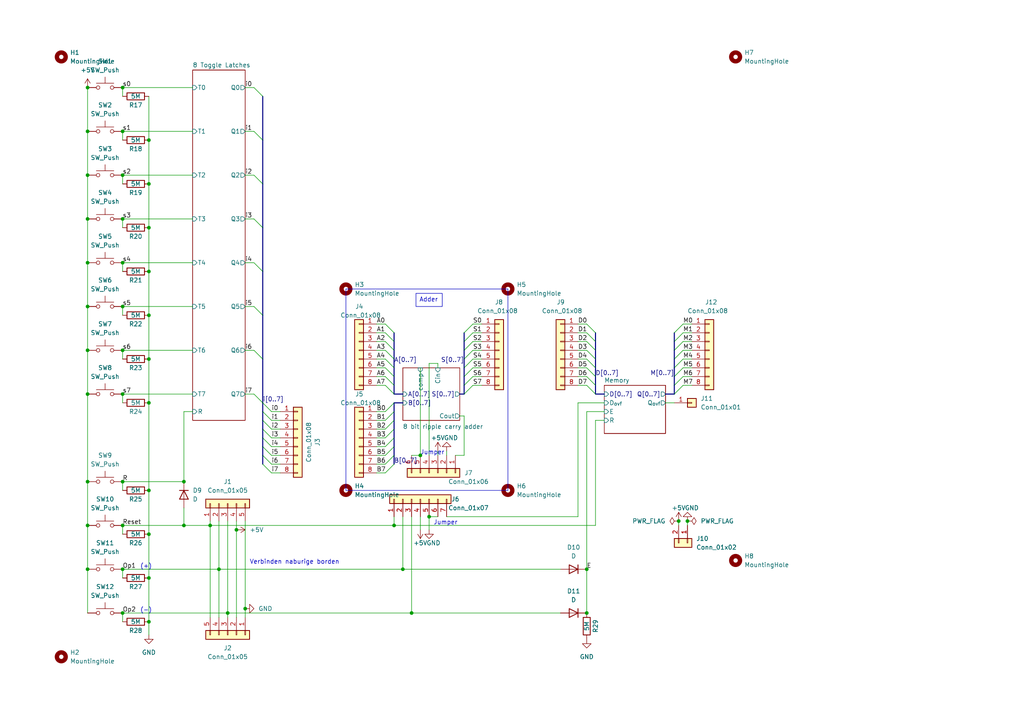
<source format=kicad_sch>
(kicad_sch (version 20230121) (generator eeschema)

  (uuid c7042fcd-0b8a-40b2-acdb-0a382389991a)

  (paper "A4")

  (lib_symbols
    (symbol "Connector_Generic:Conn_01x01" (pin_names (offset 1.016) hide) (in_bom yes) (on_board yes)
      (property "Reference" "J" (at 0 2.54 0)
        (effects (font (size 1.27 1.27)))
      )
      (property "Value" "Conn_01x01" (at 0 -2.54 0)
        (effects (font (size 1.27 1.27)))
      )
      (property "Footprint" "" (at 0 0 0)
        (effects (font (size 1.27 1.27)) hide)
      )
      (property "Datasheet" "~" (at 0 0 0)
        (effects (font (size 1.27 1.27)) hide)
      )
      (property "ki_keywords" "connector" (at 0 0 0)
        (effects (font (size 1.27 1.27)) hide)
      )
      (property "ki_description" "Generic connector, single row, 01x01, script generated (kicad-library-utils/schlib/autogen/connector/)" (at 0 0 0)
        (effects (font (size 1.27 1.27)) hide)
      )
      (property "ki_fp_filters" "Connector*:*_1x??_*" (at 0 0 0)
        (effects (font (size 1.27 1.27)) hide)
      )
      (symbol "Conn_01x01_1_1"
        (rectangle (start -1.27 0.127) (end 0 -0.127)
          (stroke (width 0.1524) (type default))
          (fill (type none))
        )
        (rectangle (start -1.27 1.27) (end 1.27 -1.27)
          (stroke (width 0.254) (type default))
          (fill (type background))
        )
        (pin passive line (at -5.08 0 0) (length 3.81)
          (name "Pin_1" (effects (font (size 1.27 1.27))))
          (number "1" (effects (font (size 1.27 1.27))))
        )
      )
    )
    (symbol "Connector_Generic:Conn_01x02" (pin_names (offset 1.016) hide) (in_bom yes) (on_board yes)
      (property "Reference" "J" (at 0 2.54 0)
        (effects (font (size 1.27 1.27)))
      )
      (property "Value" "Conn_01x02" (at 0 -5.08 0)
        (effects (font (size 1.27 1.27)))
      )
      (property "Footprint" "" (at 0 0 0)
        (effects (font (size 1.27 1.27)) hide)
      )
      (property "Datasheet" "~" (at 0 0 0)
        (effects (font (size 1.27 1.27)) hide)
      )
      (property "ki_keywords" "connector" (at 0 0 0)
        (effects (font (size 1.27 1.27)) hide)
      )
      (property "ki_description" "Generic connector, single row, 01x02, script generated (kicad-library-utils/schlib/autogen/connector/)" (at 0 0 0)
        (effects (font (size 1.27 1.27)) hide)
      )
      (property "ki_fp_filters" "Connector*:*_1x??_*" (at 0 0 0)
        (effects (font (size 1.27 1.27)) hide)
      )
      (symbol "Conn_01x02_1_1"
        (rectangle (start -1.27 -2.413) (end 0 -2.667)
          (stroke (width 0.1524) (type default))
          (fill (type none))
        )
        (rectangle (start -1.27 0.127) (end 0 -0.127)
          (stroke (width 0.1524) (type default))
          (fill (type none))
        )
        (rectangle (start -1.27 1.27) (end 1.27 -3.81)
          (stroke (width 0.254) (type default))
          (fill (type background))
        )
        (pin passive line (at -5.08 0 0) (length 3.81)
          (name "Pin_1" (effects (font (size 1.27 1.27))))
          (number "1" (effects (font (size 1.27 1.27))))
        )
        (pin passive line (at -5.08 -2.54 0) (length 3.81)
          (name "Pin_2" (effects (font (size 1.27 1.27))))
          (number "2" (effects (font (size 1.27 1.27))))
        )
      )
    )
    (symbol "Connector_Generic:Conn_01x05" (pin_names (offset 1.016) hide) (in_bom yes) (on_board yes)
      (property "Reference" "J" (at 0 7.62 0)
        (effects (font (size 1.27 1.27)))
      )
      (property "Value" "Conn_01x05" (at 0 -7.62 0)
        (effects (font (size 1.27 1.27)))
      )
      (property "Footprint" "" (at 0 0 0)
        (effects (font (size 1.27 1.27)) hide)
      )
      (property "Datasheet" "~" (at 0 0 0)
        (effects (font (size 1.27 1.27)) hide)
      )
      (property "ki_keywords" "connector" (at 0 0 0)
        (effects (font (size 1.27 1.27)) hide)
      )
      (property "ki_description" "Generic connector, single row, 01x05, script generated (kicad-library-utils/schlib/autogen/connector/)" (at 0 0 0)
        (effects (font (size 1.27 1.27)) hide)
      )
      (property "ki_fp_filters" "Connector*:*_1x??_*" (at 0 0 0)
        (effects (font (size 1.27 1.27)) hide)
      )
      (symbol "Conn_01x05_1_1"
        (rectangle (start -1.27 -4.953) (end 0 -5.207)
          (stroke (width 0.1524) (type default))
          (fill (type none))
        )
        (rectangle (start -1.27 -2.413) (end 0 -2.667)
          (stroke (width 0.1524) (type default))
          (fill (type none))
        )
        (rectangle (start -1.27 0.127) (end 0 -0.127)
          (stroke (width 0.1524) (type default))
          (fill (type none))
        )
        (rectangle (start -1.27 2.667) (end 0 2.413)
          (stroke (width 0.1524) (type default))
          (fill (type none))
        )
        (rectangle (start -1.27 5.207) (end 0 4.953)
          (stroke (width 0.1524) (type default))
          (fill (type none))
        )
        (rectangle (start -1.27 6.35) (end 1.27 -6.35)
          (stroke (width 0.254) (type default))
          (fill (type background))
        )
        (pin passive line (at -5.08 5.08 0) (length 3.81)
          (name "Pin_1" (effects (font (size 1.27 1.27))))
          (number "1" (effects (font (size 1.27 1.27))))
        )
        (pin passive line (at -5.08 2.54 0) (length 3.81)
          (name "Pin_2" (effects (font (size 1.27 1.27))))
          (number "2" (effects (font (size 1.27 1.27))))
        )
        (pin passive line (at -5.08 0 0) (length 3.81)
          (name "Pin_3" (effects (font (size 1.27 1.27))))
          (number "3" (effects (font (size 1.27 1.27))))
        )
        (pin passive line (at -5.08 -2.54 0) (length 3.81)
          (name "Pin_4" (effects (font (size 1.27 1.27))))
          (number "4" (effects (font (size 1.27 1.27))))
        )
        (pin passive line (at -5.08 -5.08 0) (length 3.81)
          (name "Pin_5" (effects (font (size 1.27 1.27))))
          (number "5" (effects (font (size 1.27 1.27))))
        )
      )
    )
    (symbol "Connector_Generic:Conn_01x06" (pin_names (offset 1.016) hide) (in_bom yes) (on_board yes)
      (property "Reference" "J" (at 0 7.62 0)
        (effects (font (size 1.27 1.27)))
      )
      (property "Value" "Conn_01x06" (at 0 -10.16 0)
        (effects (font (size 1.27 1.27)))
      )
      (property "Footprint" "" (at 0 0 0)
        (effects (font (size 1.27 1.27)) hide)
      )
      (property "Datasheet" "~" (at 0 0 0)
        (effects (font (size 1.27 1.27)) hide)
      )
      (property "ki_keywords" "connector" (at 0 0 0)
        (effects (font (size 1.27 1.27)) hide)
      )
      (property "ki_description" "Generic connector, single row, 01x06, script generated (kicad-library-utils/schlib/autogen/connector/)" (at 0 0 0)
        (effects (font (size 1.27 1.27)) hide)
      )
      (property "ki_fp_filters" "Connector*:*_1x??_*" (at 0 0 0)
        (effects (font (size 1.27 1.27)) hide)
      )
      (symbol "Conn_01x06_1_1"
        (rectangle (start -1.27 -7.493) (end 0 -7.747)
          (stroke (width 0.1524) (type default))
          (fill (type none))
        )
        (rectangle (start -1.27 -4.953) (end 0 -5.207)
          (stroke (width 0.1524) (type default))
          (fill (type none))
        )
        (rectangle (start -1.27 -2.413) (end 0 -2.667)
          (stroke (width 0.1524) (type default))
          (fill (type none))
        )
        (rectangle (start -1.27 0.127) (end 0 -0.127)
          (stroke (width 0.1524) (type default))
          (fill (type none))
        )
        (rectangle (start -1.27 2.667) (end 0 2.413)
          (stroke (width 0.1524) (type default))
          (fill (type none))
        )
        (rectangle (start -1.27 5.207) (end 0 4.953)
          (stroke (width 0.1524) (type default))
          (fill (type none))
        )
        (rectangle (start -1.27 6.35) (end 1.27 -8.89)
          (stroke (width 0.254) (type default))
          (fill (type background))
        )
        (pin passive line (at -5.08 5.08 0) (length 3.81)
          (name "Pin_1" (effects (font (size 1.27 1.27))))
          (number "1" (effects (font (size 1.27 1.27))))
        )
        (pin passive line (at -5.08 2.54 0) (length 3.81)
          (name "Pin_2" (effects (font (size 1.27 1.27))))
          (number "2" (effects (font (size 1.27 1.27))))
        )
        (pin passive line (at -5.08 0 0) (length 3.81)
          (name "Pin_3" (effects (font (size 1.27 1.27))))
          (number "3" (effects (font (size 1.27 1.27))))
        )
        (pin passive line (at -5.08 -2.54 0) (length 3.81)
          (name "Pin_4" (effects (font (size 1.27 1.27))))
          (number "4" (effects (font (size 1.27 1.27))))
        )
        (pin passive line (at -5.08 -5.08 0) (length 3.81)
          (name "Pin_5" (effects (font (size 1.27 1.27))))
          (number "5" (effects (font (size 1.27 1.27))))
        )
        (pin passive line (at -5.08 -7.62 0) (length 3.81)
          (name "Pin_6" (effects (font (size 1.27 1.27))))
          (number "6" (effects (font (size 1.27 1.27))))
        )
      )
    )
    (symbol "Connector_Generic:Conn_01x07" (pin_names (offset 1.016) hide) (in_bom yes) (on_board yes)
      (property "Reference" "J" (at 0 10.16 0)
        (effects (font (size 1.27 1.27)))
      )
      (property "Value" "Conn_01x07" (at 0 -10.16 0)
        (effects (font (size 1.27 1.27)))
      )
      (property "Footprint" "" (at 0 0 0)
        (effects (font (size 1.27 1.27)) hide)
      )
      (property "Datasheet" "~" (at 0 0 0)
        (effects (font (size 1.27 1.27)) hide)
      )
      (property "ki_keywords" "connector" (at 0 0 0)
        (effects (font (size 1.27 1.27)) hide)
      )
      (property "ki_description" "Generic connector, single row, 01x07, script generated (kicad-library-utils/schlib/autogen/connector/)" (at 0 0 0)
        (effects (font (size 1.27 1.27)) hide)
      )
      (property "ki_fp_filters" "Connector*:*_1x??_*" (at 0 0 0)
        (effects (font (size 1.27 1.27)) hide)
      )
      (symbol "Conn_01x07_1_1"
        (rectangle (start -1.27 -7.493) (end 0 -7.747)
          (stroke (width 0.1524) (type default))
          (fill (type none))
        )
        (rectangle (start -1.27 -4.953) (end 0 -5.207)
          (stroke (width 0.1524) (type default))
          (fill (type none))
        )
        (rectangle (start -1.27 -2.413) (end 0 -2.667)
          (stroke (width 0.1524) (type default))
          (fill (type none))
        )
        (rectangle (start -1.27 0.127) (end 0 -0.127)
          (stroke (width 0.1524) (type default))
          (fill (type none))
        )
        (rectangle (start -1.27 2.667) (end 0 2.413)
          (stroke (width 0.1524) (type default))
          (fill (type none))
        )
        (rectangle (start -1.27 5.207) (end 0 4.953)
          (stroke (width 0.1524) (type default))
          (fill (type none))
        )
        (rectangle (start -1.27 7.747) (end 0 7.493)
          (stroke (width 0.1524) (type default))
          (fill (type none))
        )
        (rectangle (start -1.27 8.89) (end 1.27 -8.89)
          (stroke (width 0.254) (type default))
          (fill (type background))
        )
        (pin passive line (at -5.08 7.62 0) (length 3.81)
          (name "Pin_1" (effects (font (size 1.27 1.27))))
          (number "1" (effects (font (size 1.27 1.27))))
        )
        (pin passive line (at -5.08 5.08 0) (length 3.81)
          (name "Pin_2" (effects (font (size 1.27 1.27))))
          (number "2" (effects (font (size 1.27 1.27))))
        )
        (pin passive line (at -5.08 2.54 0) (length 3.81)
          (name "Pin_3" (effects (font (size 1.27 1.27))))
          (number "3" (effects (font (size 1.27 1.27))))
        )
        (pin passive line (at -5.08 0 0) (length 3.81)
          (name "Pin_4" (effects (font (size 1.27 1.27))))
          (number "4" (effects (font (size 1.27 1.27))))
        )
        (pin passive line (at -5.08 -2.54 0) (length 3.81)
          (name "Pin_5" (effects (font (size 1.27 1.27))))
          (number "5" (effects (font (size 1.27 1.27))))
        )
        (pin passive line (at -5.08 -5.08 0) (length 3.81)
          (name "Pin_6" (effects (font (size 1.27 1.27))))
          (number "6" (effects (font (size 1.27 1.27))))
        )
        (pin passive line (at -5.08 -7.62 0) (length 3.81)
          (name "Pin_7" (effects (font (size 1.27 1.27))))
          (number "7" (effects (font (size 1.27 1.27))))
        )
      )
    )
    (symbol "Connector_Generic:Conn_01x08" (pin_names (offset 1.016) hide) (in_bom yes) (on_board yes)
      (property "Reference" "J" (at 0 10.16 0)
        (effects (font (size 1.27 1.27)))
      )
      (property "Value" "Conn_01x08" (at 0 -12.7 0)
        (effects (font (size 1.27 1.27)))
      )
      (property "Footprint" "" (at 0 0 0)
        (effects (font (size 1.27 1.27)) hide)
      )
      (property "Datasheet" "~" (at 0 0 0)
        (effects (font (size 1.27 1.27)) hide)
      )
      (property "ki_keywords" "connector" (at 0 0 0)
        (effects (font (size 1.27 1.27)) hide)
      )
      (property "ki_description" "Generic connector, single row, 01x08, script generated (kicad-library-utils/schlib/autogen/connector/)" (at 0 0 0)
        (effects (font (size 1.27 1.27)) hide)
      )
      (property "ki_fp_filters" "Connector*:*_1x??_*" (at 0 0 0)
        (effects (font (size 1.27 1.27)) hide)
      )
      (symbol "Conn_01x08_1_1"
        (rectangle (start -1.27 -10.033) (end 0 -10.287)
          (stroke (width 0.1524) (type default))
          (fill (type none))
        )
        (rectangle (start -1.27 -7.493) (end 0 -7.747)
          (stroke (width 0.1524) (type default))
          (fill (type none))
        )
        (rectangle (start -1.27 -4.953) (end 0 -5.207)
          (stroke (width 0.1524) (type default))
          (fill (type none))
        )
        (rectangle (start -1.27 -2.413) (end 0 -2.667)
          (stroke (width 0.1524) (type default))
          (fill (type none))
        )
        (rectangle (start -1.27 0.127) (end 0 -0.127)
          (stroke (width 0.1524) (type default))
          (fill (type none))
        )
        (rectangle (start -1.27 2.667) (end 0 2.413)
          (stroke (width 0.1524) (type default))
          (fill (type none))
        )
        (rectangle (start -1.27 5.207) (end 0 4.953)
          (stroke (width 0.1524) (type default))
          (fill (type none))
        )
        (rectangle (start -1.27 7.747) (end 0 7.493)
          (stroke (width 0.1524) (type default))
          (fill (type none))
        )
        (rectangle (start -1.27 8.89) (end 1.27 -11.43)
          (stroke (width 0.254) (type default))
          (fill (type background))
        )
        (pin passive line (at -5.08 7.62 0) (length 3.81)
          (name "Pin_1" (effects (font (size 1.27 1.27))))
          (number "1" (effects (font (size 1.27 1.27))))
        )
        (pin passive line (at -5.08 5.08 0) (length 3.81)
          (name "Pin_2" (effects (font (size 1.27 1.27))))
          (number "2" (effects (font (size 1.27 1.27))))
        )
        (pin passive line (at -5.08 2.54 0) (length 3.81)
          (name "Pin_3" (effects (font (size 1.27 1.27))))
          (number "3" (effects (font (size 1.27 1.27))))
        )
        (pin passive line (at -5.08 0 0) (length 3.81)
          (name "Pin_4" (effects (font (size 1.27 1.27))))
          (number "4" (effects (font (size 1.27 1.27))))
        )
        (pin passive line (at -5.08 -2.54 0) (length 3.81)
          (name "Pin_5" (effects (font (size 1.27 1.27))))
          (number "5" (effects (font (size 1.27 1.27))))
        )
        (pin passive line (at -5.08 -5.08 0) (length 3.81)
          (name "Pin_6" (effects (font (size 1.27 1.27))))
          (number "6" (effects (font (size 1.27 1.27))))
        )
        (pin passive line (at -5.08 -7.62 0) (length 3.81)
          (name "Pin_7" (effects (font (size 1.27 1.27))))
          (number "7" (effects (font (size 1.27 1.27))))
        )
        (pin passive line (at -5.08 -10.16 0) (length 3.81)
          (name "Pin_8" (effects (font (size 1.27 1.27))))
          (number "8" (effects (font (size 1.27 1.27))))
        )
      )
    )
    (symbol "Device:D" (pin_numbers hide) (pin_names (offset 1.016) hide) (in_bom yes) (on_board yes)
      (property "Reference" "D" (at 0 2.54 0)
        (effects (font (size 1.27 1.27)))
      )
      (property "Value" "D" (at 0 -2.54 0)
        (effects (font (size 1.27 1.27)))
      )
      (property "Footprint" "" (at 0 0 0)
        (effects (font (size 1.27 1.27)) hide)
      )
      (property "Datasheet" "~" (at 0 0 0)
        (effects (font (size 1.27 1.27)) hide)
      )
      (property "Sim.Device" "D" (at 0 0 0)
        (effects (font (size 1.27 1.27)) hide)
      )
      (property "Sim.Pins" "1=K 2=A" (at 0 0 0)
        (effects (font (size 1.27 1.27)) hide)
      )
      (property "ki_keywords" "diode" (at 0 0 0)
        (effects (font (size 1.27 1.27)) hide)
      )
      (property "ki_description" "Diode" (at 0 0 0)
        (effects (font (size 1.27 1.27)) hide)
      )
      (property "ki_fp_filters" "TO-???* *_Diode_* *SingleDiode* D_*" (at 0 0 0)
        (effects (font (size 1.27 1.27)) hide)
      )
      (symbol "D_0_1"
        (polyline
          (pts
            (xy -1.27 1.27)
            (xy -1.27 -1.27)
          )
          (stroke (width 0.254) (type default))
          (fill (type none))
        )
        (polyline
          (pts
            (xy 1.27 0)
            (xy -1.27 0)
          )
          (stroke (width 0) (type default))
          (fill (type none))
        )
        (polyline
          (pts
            (xy 1.27 1.27)
            (xy 1.27 -1.27)
            (xy -1.27 0)
            (xy 1.27 1.27)
          )
          (stroke (width 0.254) (type default))
          (fill (type none))
        )
      )
      (symbol "D_1_1"
        (pin passive line (at -3.81 0 0) (length 2.54)
          (name "K" (effects (font (size 1.27 1.27))))
          (number "1" (effects (font (size 1.27 1.27))))
        )
        (pin passive line (at 3.81 0 180) (length 2.54)
          (name "A" (effects (font (size 1.27 1.27))))
          (number "2" (effects (font (size 1.27 1.27))))
        )
      )
    )
    (symbol "Device:R" (pin_numbers hide) (pin_names (offset 0)) (in_bom yes) (on_board yes)
      (property "Reference" "R" (at 2.032 0 90)
        (effects (font (size 1.27 1.27)))
      )
      (property "Value" "R" (at 0 0 90)
        (effects (font (size 1.27 1.27)))
      )
      (property "Footprint" "" (at -1.778 0 90)
        (effects (font (size 1.27 1.27)) hide)
      )
      (property "Datasheet" "~" (at 0 0 0)
        (effects (font (size 1.27 1.27)) hide)
      )
      (property "ki_keywords" "R res resistor" (at 0 0 0)
        (effects (font (size 1.27 1.27)) hide)
      )
      (property "ki_description" "Resistor" (at 0 0 0)
        (effects (font (size 1.27 1.27)) hide)
      )
      (property "ki_fp_filters" "R_*" (at 0 0 0)
        (effects (font (size 1.27 1.27)) hide)
      )
      (symbol "R_0_1"
        (rectangle (start -1.016 -2.54) (end 1.016 2.54)
          (stroke (width 0.254) (type default))
          (fill (type none))
        )
      )
      (symbol "R_1_1"
        (pin passive line (at 0 3.81 270) (length 1.27)
          (name "~" (effects (font (size 1.27 1.27))))
          (number "1" (effects (font (size 1.27 1.27))))
        )
        (pin passive line (at 0 -3.81 90) (length 1.27)
          (name "~" (effects (font (size 1.27 1.27))))
          (number "2" (effects (font (size 1.27 1.27))))
        )
      )
    )
    (symbol "Mechanical:MountingHole" (pin_names (offset 1.016)) (in_bom yes) (on_board yes)
      (property "Reference" "H" (at 0 5.08 0)
        (effects (font (size 1.27 1.27)))
      )
      (property "Value" "MountingHole" (at 0 3.175 0)
        (effects (font (size 1.27 1.27)))
      )
      (property "Footprint" "" (at 0 0 0)
        (effects (font (size 1.27 1.27)) hide)
      )
      (property "Datasheet" "~" (at 0 0 0)
        (effects (font (size 1.27 1.27)) hide)
      )
      (property "ki_keywords" "mounting hole" (at 0 0 0)
        (effects (font (size 1.27 1.27)) hide)
      )
      (property "ki_description" "Mounting Hole without connection" (at 0 0 0)
        (effects (font (size 1.27 1.27)) hide)
      )
      (property "ki_fp_filters" "MountingHole*" (at 0 0 0)
        (effects (font (size 1.27 1.27)) hide)
      )
      (symbol "MountingHole_0_1"
        (circle (center 0 0) (radius 1.27)
          (stroke (width 1.27) (type default))
          (fill (type none))
        )
      )
    )
    (symbol "Switch:SW_Push" (pin_numbers hide) (pin_names (offset 1.016) hide) (in_bom yes) (on_board yes)
      (property "Reference" "SW" (at 1.27 2.54 0)
        (effects (font (size 1.27 1.27)) (justify left))
      )
      (property "Value" "SW_Push" (at 0 -1.524 0)
        (effects (font (size 1.27 1.27)))
      )
      (property "Footprint" "" (at 0 5.08 0)
        (effects (font (size 1.27 1.27)) hide)
      )
      (property "Datasheet" "~" (at 0 5.08 0)
        (effects (font (size 1.27 1.27)) hide)
      )
      (property "ki_keywords" "switch normally-open pushbutton push-button" (at 0 0 0)
        (effects (font (size 1.27 1.27)) hide)
      )
      (property "ki_description" "Push button switch, generic, two pins" (at 0 0 0)
        (effects (font (size 1.27 1.27)) hide)
      )
      (symbol "SW_Push_0_1"
        (circle (center -2.032 0) (radius 0.508)
          (stroke (width 0) (type default))
          (fill (type none))
        )
        (polyline
          (pts
            (xy 0 1.27)
            (xy 0 3.048)
          )
          (stroke (width 0) (type default))
          (fill (type none))
        )
        (polyline
          (pts
            (xy 2.54 1.27)
            (xy -2.54 1.27)
          )
          (stroke (width 0) (type default))
          (fill (type none))
        )
        (circle (center 2.032 0) (radius 0.508)
          (stroke (width 0) (type default))
          (fill (type none))
        )
        (pin passive line (at -5.08 0 0) (length 2.54)
          (name "1" (effects (font (size 1.27 1.27))))
          (number "1" (effects (font (size 1.27 1.27))))
        )
        (pin passive line (at 5.08 0 180) (length 2.54)
          (name "2" (effects (font (size 1.27 1.27))))
          (number "2" (effects (font (size 1.27 1.27))))
        )
      )
    )
    (symbol "power:+5V" (power) (pin_names (offset 0)) (in_bom yes) (on_board yes)
      (property "Reference" "#PWR" (at 0 -3.81 0)
        (effects (font (size 1.27 1.27)) hide)
      )
      (property "Value" "+5V" (at 0 3.556 0)
        (effects (font (size 1.27 1.27)))
      )
      (property "Footprint" "" (at 0 0 0)
        (effects (font (size 1.27 1.27)) hide)
      )
      (property "Datasheet" "" (at 0 0 0)
        (effects (font (size 1.27 1.27)) hide)
      )
      (property "ki_keywords" "global power" (at 0 0 0)
        (effects (font (size 1.27 1.27)) hide)
      )
      (property "ki_description" "Power symbol creates a global label with name \"+5V\"" (at 0 0 0)
        (effects (font (size 1.27 1.27)) hide)
      )
      (symbol "+5V_0_1"
        (polyline
          (pts
            (xy -0.762 1.27)
            (xy 0 2.54)
          )
          (stroke (width 0) (type default))
          (fill (type none))
        )
        (polyline
          (pts
            (xy 0 0)
            (xy 0 2.54)
          )
          (stroke (width 0) (type default))
          (fill (type none))
        )
        (polyline
          (pts
            (xy 0 2.54)
            (xy 0.762 1.27)
          )
          (stroke (width 0) (type default))
          (fill (type none))
        )
      )
      (symbol "+5V_1_1"
        (pin power_in line (at 0 0 90) (length 0) hide
          (name "+5V" (effects (font (size 1.27 1.27))))
          (number "1" (effects (font (size 1.27 1.27))))
        )
      )
    )
    (symbol "power:GND" (power) (pin_names (offset 0)) (in_bom yes) (on_board yes)
      (property "Reference" "#PWR" (at 0 -6.35 0)
        (effects (font (size 1.27 1.27)) hide)
      )
      (property "Value" "GND" (at 0 -3.81 0)
        (effects (font (size 1.27 1.27)))
      )
      (property "Footprint" "" (at 0 0 0)
        (effects (font (size 1.27 1.27)) hide)
      )
      (property "Datasheet" "" (at 0 0 0)
        (effects (font (size 1.27 1.27)) hide)
      )
      (property "ki_keywords" "global power" (at 0 0 0)
        (effects (font (size 1.27 1.27)) hide)
      )
      (property "ki_description" "Power symbol creates a global label with name \"GND\" , ground" (at 0 0 0)
        (effects (font (size 1.27 1.27)) hide)
      )
      (symbol "GND_0_1"
        (polyline
          (pts
            (xy 0 0)
            (xy 0 -1.27)
            (xy 1.27 -1.27)
            (xy 0 -2.54)
            (xy -1.27 -1.27)
            (xy 0 -1.27)
          )
          (stroke (width 0) (type default))
          (fill (type none))
        )
      )
      (symbol "GND_1_1"
        (pin power_in line (at 0 0 270) (length 0) hide
          (name "GND" (effects (font (size 1.27 1.27))))
          (number "1" (effects (font (size 1.27 1.27))))
        )
      )
    )
    (symbol "power:PWR_FLAG" (power) (pin_numbers hide) (pin_names (offset 0) hide) (in_bom yes) (on_board yes)
      (property "Reference" "#FLG" (at 0 1.905 0)
        (effects (font (size 1.27 1.27)) hide)
      )
      (property "Value" "PWR_FLAG" (at 0 3.81 0)
        (effects (font (size 1.27 1.27)))
      )
      (property "Footprint" "" (at 0 0 0)
        (effects (font (size 1.27 1.27)) hide)
      )
      (property "Datasheet" "~" (at 0 0 0)
        (effects (font (size 1.27 1.27)) hide)
      )
      (property "ki_keywords" "flag power" (at 0 0 0)
        (effects (font (size 1.27 1.27)) hide)
      )
      (property "ki_description" "Special symbol for telling ERC where power comes from" (at 0 0 0)
        (effects (font (size 1.27 1.27)) hide)
      )
      (symbol "PWR_FLAG_0_0"
        (pin power_out line (at 0 0 90) (length 0)
          (name "pwr" (effects (font (size 1.27 1.27))))
          (number "1" (effects (font (size 1.27 1.27))))
        )
      )
      (symbol "PWR_FLAG_0_1"
        (polyline
          (pts
            (xy 0 0)
            (xy 0 1.27)
            (xy -1.016 1.905)
            (xy 0 2.54)
            (xy 1.016 1.905)
            (xy 0 1.27)
          )
          (stroke (width 0) (type default))
          (fill (type none))
        )
      )
    )
  )

  (junction (at 35.56 38.1) (diameter 0) (color 0 0 0 0)
    (uuid 002cd3dc-6f14-4a14-941e-b97678dd15b8)
  )
  (junction (at 25.4 50.8) (diameter 0) (color 0 0 0 0)
    (uuid 018c0e24-8ba1-4d34-9c50-e334c954fc9b)
  )
  (junction (at 35.56 139.7) (diameter 0) (color 0 0 0 0)
    (uuid 0622a1a8-452e-4d39-b492-16505d0a748b)
  )
  (junction (at 25.4 101.6) (diameter 0) (color 0 0 0 0)
    (uuid 07c88201-9550-433c-ade2-7b76349695d1)
  )
  (junction (at 35.56 101.6) (diameter 0) (color 0 0 0 0)
    (uuid 0bcc5161-554b-4e9c-899c-2864386243d6)
  )
  (junction (at 53.34 139.7) (diameter 0) (color 0 0 0 0)
    (uuid 0cc82108-d135-4714-900d-30083b64f64f)
  )
  (junction (at 25.4 63.5) (diameter 0) (color 0 0 0 0)
    (uuid 0d0b1509-3ef4-4539-8337-45ca2226078f)
  )
  (junction (at 68.58 153.67) (diameter 0) (color 0 0 0 0)
    (uuid 0ebdc9ef-a8b9-4bd9-a619-c93aafc95534)
  )
  (junction (at 35.56 152.4) (diameter 0) (color 0 0 0 0)
    (uuid 165495b2-0f11-4ab2-ab99-55f35a823e6d)
  )
  (junction (at 60.96 152.4) (diameter 0) (color 0 0 0 0)
    (uuid 1e128ea7-23eb-412d-9ef0-478684733bfa)
  )
  (junction (at 116.84 165.1) (diameter 0) (color 0 0 0 0)
    (uuid 24f3ebc1-85f6-4a1e-8bd1-1f16debaa468)
  )
  (junction (at 43.18 66.04) (diameter 0) (color 0 0 0 0)
    (uuid 2ae0a256-eea2-4aac-a01f-d7ce1240b363)
  )
  (junction (at 35.56 114.3) (diameter 0) (color 0 0 0 0)
    (uuid 2ae76212-79b6-446d-8eff-5a07fa7d6a71)
  )
  (junction (at 35.56 76.2) (diameter 0) (color 0 0 0 0)
    (uuid 3193e496-f995-4131-9b0e-ee45481ca4fd)
  )
  (junction (at 25.4 76.2) (diameter 0) (color 0 0 0 0)
    (uuid 32c799ff-3250-429a-8f28-0beb1f3496e5)
  )
  (junction (at 71.12 176.53) (diameter 0) (color 0 0 0 0)
    (uuid 33272e11-4cba-466d-a3bc-cad52782f0ec)
  )
  (junction (at 35.56 88.9) (diameter 0) (color 0 0 0 0)
    (uuid 346138c0-7e5f-4961-8c78-8de5d8d4a667)
  )
  (junction (at 199.39 151.13) (diameter 0) (color 0 0 0 0)
    (uuid 3b18a856-fccb-4cd8-9e47-4874c2b074af)
  )
  (junction (at 35.56 63.5) (diameter 0) (color 0 0 0 0)
    (uuid 3ec7fc9d-a911-404d-9e4a-f41564505b0f)
  )
  (junction (at 43.18 104.14) (diameter 0) (color 0 0 0 0)
    (uuid 3fcb9370-1837-4d4d-bd1c-aa883f50fa67)
  )
  (junction (at 35.56 25.4) (diameter 0) (color 0 0 0 0)
    (uuid 489feec0-70b9-4909-aae9-8bd88fe39504)
  )
  (junction (at 43.18 167.64) (diameter 0) (color 0 0 0 0)
    (uuid 4cac7b80-ef54-41fd-ba16-45c676f609ff)
  )
  (junction (at 35.56 177.8) (diameter 0) (color 0 0 0 0)
    (uuid 5858dc63-3656-49f3-b90a-6dd9e93aef94)
  )
  (junction (at 43.18 53.34) (diameter 0) (color 0 0 0 0)
    (uuid 678d9007-b266-43b2-b63f-b9c2ea7cb76e)
  )
  (junction (at 114.3 152.4) (diameter 0) (color 0 0 0 0)
    (uuid 6807be02-69a5-464d-9e2a-8f7f26399555)
  )
  (junction (at 25.4 38.1) (diameter 0) (color 0 0 0 0)
    (uuid 6e31cdf9-f2e3-4543-8fb6-7743915ec832)
  )
  (junction (at 43.18 91.44) (diameter 0) (color 0 0 0 0)
    (uuid 76e9913b-72d8-4479-a728-3dc766086caa)
  )
  (junction (at 25.4 165.1) (diameter 0) (color 0 0 0 0)
    (uuid 7a56b34d-d9a2-4ad6-aa4e-40e51e3993b0)
  )
  (junction (at 25.4 88.9) (diameter 0) (color 0 0 0 0)
    (uuid 808b27cf-d152-446e-869c-156fb9de8a5d)
  )
  (junction (at 53.34 152.4) (diameter 0) (color 0 0 0 0)
    (uuid 82799011-d937-455b-88b1-c3ca7b47fad4)
  )
  (junction (at 25.4 114.3) (diameter 0) (color 0 0 0 0)
    (uuid 873ea9e7-4aaf-4628-a7e4-27dcc9994c4e)
  )
  (junction (at 43.18 78.74) (diameter 0) (color 0 0 0 0)
    (uuid 8800374a-0920-4e61-ab1d-a1315ea21f36)
  )
  (junction (at 66.04 177.8) (diameter 0) (color 0 0 0 0)
    (uuid 8ac03ec5-3c51-4d2d-be62-6eb9835e3739)
  )
  (junction (at 43.18 142.24) (diameter 0) (color 0 0 0 0)
    (uuid 9b3b34fe-2d17-44f4-9c22-51b12d0aa9f2)
  )
  (junction (at 170.18 177.8) (diameter 0) (color 0 0 0 0)
    (uuid a5282877-1746-4b59-9074-123286e80ab0)
  )
  (junction (at 35.56 165.1) (diameter 0) (color 0 0 0 0)
    (uuid a65611bc-7b94-483d-9880-5bdf9a0f1ae6)
  )
  (junction (at 119.38 177.8) (diameter 0) (color 0 0 0 0)
    (uuid aa810f50-1d13-408d-9122-a9ecdd2792d2)
  )
  (junction (at 196.85 151.13) (diameter 0) (color 0 0 0 0)
    (uuid ab9a594d-b88e-455b-a23c-1623d9e5ee03)
  )
  (junction (at 43.18 116.84) (diameter 0) (color 0 0 0 0)
    (uuid b224b8c8-fa33-4fe0-8265-357296094453)
  )
  (junction (at 25.4 152.4) (diameter 0) (color 0 0 0 0)
    (uuid b52fbbf6-e31a-48da-a332-7c9a0ad32401)
  )
  (junction (at 43.18 180.34) (diameter 0) (color 0 0 0 0)
    (uuid b8f738ee-de7a-4258-b392-8a4dbc7abb72)
  )
  (junction (at 43.18 40.64) (diameter 0) (color 0 0 0 0)
    (uuid bba24798-ec8c-470b-a161-1cfe96944d0f)
  )
  (junction (at 25.4 139.7) (diameter 0) (color 0 0 0 0)
    (uuid bf0e3a6c-76ab-4e19-bafe-87a7db90b027)
  )
  (junction (at 63.5 165.1) (diameter 0) (color 0 0 0 0)
    (uuid da419915-78b8-487b-959d-9325f8267396)
  )
  (junction (at 121.92 132.08) (diameter 0) (color 0 0 0 0)
    (uuid e83378f2-7737-44c6-95ce-73c0bed64bf8)
  )
  (junction (at 170.18 165.1) (diameter 0) (color 0 0 0 0)
    (uuid eb26a50a-d621-483a-812f-c53f0ddde892)
  )
  (junction (at 35.56 50.8) (diameter 0) (color 0 0 0 0)
    (uuid f05a9a07-83d6-4d5b-bbaf-a99587d296f1)
  )
  (junction (at 43.18 154.94) (diameter 0) (color 0 0 0 0)
    (uuid f665d386-ef63-429c-bfca-19ddae5d61e8)
  )
  (junction (at 25.4 25.4) (diameter 0) (color 0 0 0 0)
    (uuid fe6e0852-4eaf-4b57-a95f-e85a3926257d)
  )
  (junction (at 124.46 149.86) (diameter 0) (color 0 0 0 0)
    (uuid ff26c990-3794-4737-b3d4-a05aead7414e)
  )

  (bus_entry (at 114.3 116.84) (size -2.54 2.54)
    (stroke (width 0) (type default))
    (uuid 02b999c4-aa44-4ad0-92fa-7c0aa1355465)
  )
  (bus_entry (at 114.3 114.3) (size -2.54 -2.54)
    (stroke (width 0) (type default))
    (uuid 09888784-d271-4df5-8c2d-04a7eafd16e5)
  )
  (bus_entry (at 73.66 101.6) (size 2.54 2.54)
    (stroke (width 0) (type default))
    (uuid 0b6a3ef9-58fb-463f-a5db-338bbbc3d9e4)
  )
  (bus_entry (at 114.3 121.92) (size -2.54 2.54)
    (stroke (width 0) (type default))
    (uuid 0d434187-5744-4d31-8bca-dec3a5951d60)
  )
  (bus_entry (at 114.3 127) (size -2.54 2.54)
    (stroke (width 0) (type default))
    (uuid 0eb9e176-f9b6-4120-8a5c-ca65ab06ec8d)
  )
  (bus_entry (at 73.66 38.1) (size 2.54 2.54)
    (stroke (width 0) (type default))
    (uuid 1274d3c8-5be6-4e3a-aa6d-012320846ce8)
  )
  (bus_entry (at 114.3 124.46) (size -2.54 2.54)
    (stroke (width 0) (type default))
    (uuid 13368819-89b3-4779-a55e-8f07272126a5)
  )
  (bus_entry (at 78.74 121.92) (size -2.54 -2.54)
    (stroke (width 0) (type default))
    (uuid 1c5d544f-ba67-4913-9ca0-e6fde5c4d74a)
  )
  (bus_entry (at 76.2 124.46) (size 2.54 2.54)
    (stroke (width 0) (type default))
    (uuid 20624e45-b2b6-4482-b582-665607ad9cac)
  )
  (bus_entry (at 170.18 109.22) (size 2.54 2.54)
    (stroke (width 0) (type default))
    (uuid 2a840eed-165e-4cef-9e3e-268741ecadf4)
  )
  (bus_entry (at 170.18 93.98) (size 2.54 2.54)
    (stroke (width 0) (type default))
    (uuid 2b6bb7d1-faa1-400d-a06e-86d44ee1f36f)
  )
  (bus_entry (at 76.2 129.54) (size 2.54 2.54)
    (stroke (width 0) (type default))
    (uuid 2d1dd3c2-2940-46a5-b460-501d405c3abf)
  )
  (bus_entry (at 114.3 132.08) (size -2.54 2.54)
    (stroke (width 0) (type default))
    (uuid 2d53a662-c6e6-43d9-9785-270d1467ebbf)
  )
  (bus_entry (at 114.3 99.06) (size -2.54 -2.54)
    (stroke (width 0) (type default))
    (uuid 32d6840e-f2dd-489e-b360-7c559300e37f)
  )
  (bus_entry (at 114.3 104.14) (size -2.54 -2.54)
    (stroke (width 0) (type default))
    (uuid 38dddabe-c595-4298-bd0d-b03a4c713516)
  )
  (bus_entry (at 198.12 101.6) (size -2.54 2.54)
    (stroke (width 0) (type default))
    (uuid 390c61a0-7667-40fc-aa68-d564c1d6aad3)
  )
  (bus_entry (at 76.2 132.08) (size 2.54 2.54)
    (stroke (width 0) (type default))
    (uuid 3d5574dd-9acf-4170-b5a8-288fd723ed87)
  )
  (bus_entry (at 73.66 50.8) (size 2.54 2.54)
    (stroke (width 0) (type default))
    (uuid 3ffa54f7-2cb0-45d1-bca2-e23356a3188a)
  )
  (bus_entry (at 198.12 93.98) (size -2.54 2.54)
    (stroke (width 0) (type default))
    (uuid 474b32ad-808f-46a5-8dc6-07901e646885)
  )
  (bus_entry (at 134.62 96.52) (size 2.54 -2.54)
    (stroke (width 0) (type default))
    (uuid 4daa2371-3feb-4538-a978-b6621b905bb5)
  )
  (bus_entry (at 73.66 88.9) (size 2.54 2.54)
    (stroke (width 0) (type default))
    (uuid 517eb0c6-d41c-4578-9ca6-3aa4906c9485)
  )
  (bus_entry (at 114.3 109.22) (size -2.54 -2.54)
    (stroke (width 0) (type default))
    (uuid 5bdd761d-30a8-44d5-b76d-4fdaa841b685)
  )
  (bus_entry (at 134.62 111.76) (size 2.54 -2.54)
    (stroke (width 0) (type default))
    (uuid 60a1b888-5b39-4edf-b73a-bbe0c185c55c)
  )
  (bus_entry (at 170.18 96.52) (size 2.54 2.54)
    (stroke (width 0) (type default))
    (uuid 6156af27-0ed6-44db-bf7c-b3d2c17af8e8)
  )
  (bus_entry (at 198.12 106.68) (size -2.54 2.54)
    (stroke (width 0) (type default))
    (uuid 69d02719-b85a-427a-b072-f5d7ea28a0dd)
  )
  (bus_entry (at 114.3 134.62) (size -2.54 2.54)
    (stroke (width 0) (type default))
    (uuid 70777df3-f5fa-470e-9302-31a071bc3a0f)
  )
  (bus_entry (at 198.12 96.52) (size -2.54 2.54)
    (stroke (width 0) (type default))
    (uuid 71321968-df6f-42b6-8656-f79027635eba)
  )
  (bus_entry (at 198.12 109.22) (size -2.54 2.54)
    (stroke (width 0) (type default))
    (uuid 71f37b5c-85fc-4f0f-91f5-ff8e7e60c69b)
  )
  (bus_entry (at 170.18 101.6) (size 2.54 2.54)
    (stroke (width 0) (type default))
    (uuid 7e543624-74db-427f-9928-79069ec7532c)
  )
  (bus_entry (at 170.18 99.06) (size 2.54 2.54)
    (stroke (width 0) (type default))
    (uuid 83054380-8575-4bcf-9aee-064e9128103c)
  )
  (bus_entry (at 170.18 104.14) (size 2.54 2.54)
    (stroke (width 0) (type default))
    (uuid 87f84daf-62e7-4c2a-a124-d40049595e7c)
  )
  (bus_entry (at 114.3 106.68) (size -2.54 -2.54)
    (stroke (width 0) (type default))
    (uuid 8932a79c-f920-4de8-9444-ba58c5d8d63e)
  )
  (bus_entry (at 78.74 119.38) (size -2.54 -2.54)
    (stroke (width 0) (type default))
    (uuid 8c9226dd-6c3b-4505-94b6-5949862bbbe9)
  )
  (bus_entry (at 73.66 63.5) (size 2.54 2.54)
    (stroke (width 0) (type default))
    (uuid 941398ae-db71-40b5-98a9-4afc6afdfb50)
  )
  (bus_entry (at 114.3 111.76) (size -2.54 -2.54)
    (stroke (width 0) (type default))
    (uuid 95ef1a5d-ee53-4d3c-9cb7-f37336f5571f)
  )
  (bus_entry (at 73.66 114.3) (size 2.54 2.54)
    (stroke (width 0) (type default))
    (uuid 9abe18a3-92d7-4364-a6b2-4954410bb678)
  )
  (bus_entry (at 134.62 109.22) (size 2.54 -2.54)
    (stroke (width 0) (type default))
    (uuid 9e2fb49a-f3ad-4e29-91c6-c256e5540456)
  )
  (bus_entry (at 170.18 111.76) (size 2.54 2.54)
    (stroke (width 0) (type default))
    (uuid a2bfd9e3-dcf3-4e71-bc89-ba7b9210c71e)
  )
  (bus_entry (at 134.62 106.68) (size 2.54 -2.54)
    (stroke (width 0) (type default))
    (uuid a62b858b-e8a1-45b1-a195-a53a90381412)
  )
  (bus_entry (at 76.2 121.92) (size 2.54 2.54)
    (stroke (width 0) (type default))
    (uuid a884ee83-7c98-4b80-8062-402d0f6c7254)
  )
  (bus_entry (at 73.66 25.4) (size 2.54 2.54)
    (stroke (width 0) (type default))
    (uuid ac587f02-57c7-4d9b-aed1-f137e2e5c3cd)
  )
  (bus_entry (at 198.12 104.14) (size -2.54 2.54)
    (stroke (width 0) (type default))
    (uuid b8ce1713-ebc1-4d55-b3bc-0a1459393aa5)
  )
  (bus_entry (at 114.3 129.54) (size -2.54 2.54)
    (stroke (width 0) (type default))
    (uuid c3d44873-305f-4495-8577-e0d7f734d96c)
  )
  (bus_entry (at 134.62 104.14) (size 2.54 -2.54)
    (stroke (width 0) (type default))
    (uuid c56b483f-2e0f-4c4d-8699-5b9babc875c6)
  )
  (bus_entry (at 198.12 111.76) (size -2.54 2.54)
    (stroke (width 0) (type default))
    (uuid c776b074-11c3-477d-9c72-32a07a997f52)
  )
  (bus_entry (at 114.3 101.6) (size -2.54 -2.54)
    (stroke (width 0) (type default))
    (uuid d29e5d4b-255a-4ad8-bbd1-fc606aaffed8)
  )
  (bus_entry (at 114.3 96.52) (size -2.54 -2.54)
    (stroke (width 0) (type default))
    (uuid d31bd180-e602-4dad-989c-b6025a61fa07)
  )
  (bus_entry (at 114.3 119.38) (size -2.54 2.54)
    (stroke (width 0) (type default))
    (uuid d4a37952-ed3e-4c7b-ba6d-21dee71da738)
  )
  (bus_entry (at 76.2 127) (size 2.54 2.54)
    (stroke (width 0) (type default))
    (uuid d93b2844-2676-49d5-b61d-3c0165db4142)
  )
  (bus_entry (at 134.62 101.6) (size 2.54 -2.54)
    (stroke (width 0) (type default))
    (uuid da6422bf-e48c-42f8-913c-a44a7f120554)
  )
  (bus_entry (at 134.62 114.3) (size 2.54 -2.54)
    (stroke (width 0) (type default))
    (uuid e0dcf24d-e2b7-4d74-87a7-fea68f5a90ef)
  )
  (bus_entry (at 198.12 99.06) (size -2.54 2.54)
    (stroke (width 0) (type default))
    (uuid e2e42000-4d18-45a2-8057-d562ce835b9c)
  )
  (bus_entry (at 76.2 134.62) (size 2.54 2.54)
    (stroke (width 0) (type default))
    (uuid e523597e-72bf-424e-a087-92ffeabb25e8)
  )
  (bus_entry (at 170.18 106.68) (size 2.54 2.54)
    (stroke (width 0) (type default))
    (uuid ebcaca19-68a6-40f4-991c-2ca70b29ea35)
  )
  (bus_entry (at 73.66 76.2) (size 2.54 2.54)
    (stroke (width 0) (type default))
    (uuid eca00b6d-de6b-4f4b-b098-db1ad85adcff)
  )
  (bus_entry (at 134.62 99.06) (size 2.54 -2.54)
    (stroke (width 0) (type default))
    (uuid ed629ff1-4a08-4e13-a433-09acb3be4aaa)
  )

  (wire (pts (xy 111.76 93.98) (xy 109.22 93.98))
    (stroke (width 0) (type default))
    (uuid 01e8c132-ebe1-4b6c-94ce-9a5aeeda9453)
  )
  (wire (pts (xy 25.4 63.5) (xy 25.4 76.2))
    (stroke (width 0) (type default))
    (uuid 03947cbf-dc12-4117-8d3e-af6d3e0776c8)
  )
  (wire (pts (xy 60.96 152.4) (xy 60.96 179.07))
    (stroke (width 0) (type default))
    (uuid 083cf6ab-18bb-4b22-a932-e7ca258e8bb0)
  )
  (wire (pts (xy 25.4 88.9) (xy 25.4 101.6))
    (stroke (width 0) (type default))
    (uuid 0885b91e-fea0-4ed5-a83d-3e2b0ce9cd15)
  )
  (wire (pts (xy 43.18 104.14) (xy 43.18 116.84))
    (stroke (width 0) (type default))
    (uuid 089c99b1-5756-4943-aab3-e99fae38c25d)
  )
  (wire (pts (xy 63.5 151.13) (xy 63.5 165.1))
    (stroke (width 0) (type default))
    (uuid 0e38869f-9098-4d61-a74d-a67ed3b63403)
  )
  (bus (pts (xy 134.62 96.52) (xy 134.62 99.06))
    (stroke (width 0) (type default))
    (uuid 10bee1b4-77e9-46b7-82c3-3a3bb4ca497a)
  )

  (wire (pts (xy 129.54 149.86) (xy 167.64 149.86))
    (stroke (width 0) (type default))
    (uuid 125264f4-9f4f-47a5-be3a-0cac636a9ac0)
  )
  (wire (pts (xy 35.56 76.2) (xy 35.56 78.74))
    (stroke (width 0) (type default))
    (uuid 180375cf-729e-4575-8273-8fc569fac8a8)
  )
  (bus (pts (xy 195.58 106.68) (xy 195.58 109.22))
    (stroke (width 0) (type default))
    (uuid 1850beb0-8e29-4a48-a035-9b3daff41140)
  )
  (bus (pts (xy 134.62 114.3) (xy 134.62 111.76))
    (stroke (width 0) (type default))
    (uuid 187b68cd-c757-4489-baf3-b24a2c7eb185)
  )
  (bus (pts (xy 193.04 114.3) (xy 195.58 114.3))
    (stroke (width 0) (type default))
    (uuid 1930232c-2f19-40ce-b160-73f7b4434702)
  )

  (wire (pts (xy 111.76 106.68) (xy 109.22 106.68))
    (stroke (width 0) (type default))
    (uuid 19891820-accc-4588-8b90-5463d0ce596a)
  )
  (wire (pts (xy 111.76 127) (xy 109.22 127))
    (stroke (width 0) (type default))
    (uuid 1b690f7c-849b-43c4-9a02-8f5cab2e56bb)
  )
  (wire (pts (xy 63.5 165.1) (xy 116.84 165.1))
    (stroke (width 0) (type default))
    (uuid 1bb6c5f9-192d-49dd-9931-70b79c3fc119)
  )
  (bus (pts (xy 172.72 99.06) (xy 172.72 101.6))
    (stroke (width 0) (type default))
    (uuid 1bd26119-ad30-4ba6-a358-67153c6ca702)
  )

  (wire (pts (xy 137.16 99.06) (xy 139.7 99.06))
    (stroke (width 0) (type default))
    (uuid 1c673c66-f990-4739-b17f-c2a8db3411cc)
  )
  (wire (pts (xy 71.12 101.6) (xy 73.66 101.6))
    (stroke (width 0) (type default))
    (uuid 1c8a4ee5-543e-4caa-abee-101b15df15ac)
  )
  (bus (pts (xy 76.2 132.08) (xy 76.2 134.62))
    (stroke (width 0) (type default))
    (uuid 1d3b55d4-03c9-4ae6-8bfb-20a5fb679aa6)
  )

  (wire (pts (xy 25.4 165.1) (xy 25.4 177.8))
    (stroke (width 0) (type default))
    (uuid 1de1d1b4-26d6-481b-b699-821de83b6796)
  )
  (wire (pts (xy 111.76 132.08) (xy 109.22 132.08))
    (stroke (width 0) (type default))
    (uuid 1f016cc8-e759-4693-8947-b2e5d84b798a)
  )
  (wire (pts (xy 60.96 152.4) (xy 114.3 152.4))
    (stroke (width 0) (type default))
    (uuid 1f691568-93b0-4b62-be3d-e58691d89a13)
  )
  (wire (pts (xy 25.4 114.3) (xy 25.4 139.7))
    (stroke (width 0) (type default))
    (uuid 1fd2f766-c8f0-4973-b6ef-e809a01e54a0)
  )
  (wire (pts (xy 137.16 101.6) (xy 139.7 101.6))
    (stroke (width 0) (type default))
    (uuid 2017c1a1-b57f-4ac7-9a26-4b760763b297)
  )
  (wire (pts (xy 43.18 154.94) (xy 43.18 167.64))
    (stroke (width 0) (type default))
    (uuid 263e48b1-ccdd-4994-b2d3-98a4e2b6d261)
  )
  (wire (pts (xy 121.92 149.86) (xy 121.92 153.67))
    (stroke (width 0) (type default))
    (uuid 28958118-ce2b-4681-90db-7bccc531120b)
  )
  (wire (pts (xy 111.76 109.22) (xy 109.22 109.22))
    (stroke (width 0) (type default))
    (uuid 2affc7f7-7001-4624-87e6-d03ee5bc0cab)
  )
  (wire (pts (xy 111.76 99.06) (xy 109.22 99.06))
    (stroke (width 0) (type default))
    (uuid 2b809473-abea-4060-93b4-89ec373566b9)
  )
  (bus (pts (xy 172.72 104.14) (xy 172.72 106.68))
    (stroke (width 0) (type default))
    (uuid 2d4f0d0a-f009-47f3-ba50-ca078cd34be0)
  )
  (bus (pts (xy 114.3 127) (xy 114.3 124.46))
    (stroke (width 0) (type default))
    (uuid 2d8f49db-46bb-4091-9d9b-3771c8c813a3)
  )

  (wire (pts (xy 124.46 149.86) (xy 124.46 153.67))
    (stroke (width 0) (type default))
    (uuid 2e72e7d2-c220-4501-9ed1-2d3cf0165482)
  )
  (bus (pts (xy 114.3 132.08) (xy 114.3 134.62))
    (stroke (width 0) (type default))
    (uuid 2ee13f41-81b2-4142-b38b-312d36744921)
  )
  (bus (pts (xy 76.2 40.64) (xy 76.2 53.34))
    (stroke (width 0) (type default))
    (uuid 2fed090a-3702-4ffc-8634-163524f0e91d)
  )
  (bus (pts (xy 76.2 53.34) (xy 76.2 66.04))
    (stroke (width 0) (type default))
    (uuid 308cbc9e-1f68-4015-beb9-b475854190f0)
  )

  (wire (pts (xy 137.16 96.52) (xy 139.7 96.52))
    (stroke (width 0) (type default))
    (uuid 31a1c1a2-091c-4557-b601-11993f1b4af8)
  )
  (bus (pts (xy 134.62 101.6) (xy 134.62 104.14))
    (stroke (width 0) (type default))
    (uuid 33d05756-c06b-436f-86f0-6efd89080c26)
  )

  (wire (pts (xy 111.76 101.6) (xy 109.22 101.6))
    (stroke (width 0) (type default))
    (uuid 34851213-c7a6-4e36-9668-aa744583467c)
  )
  (wire (pts (xy 167.64 111.76) (xy 170.18 111.76))
    (stroke (width 0) (type default))
    (uuid 359b7d7d-edbe-4684-8ab1-bbfd089e10f7)
  )
  (wire (pts (xy 35.56 25.4) (xy 55.88 25.4))
    (stroke (width 0) (type default))
    (uuid 36b4d43c-ca3a-45a3-a35b-19fddf0eb161)
  )
  (bus (pts (xy 172.72 101.6) (xy 172.72 104.14))
    (stroke (width 0) (type default))
    (uuid 3a6a4c39-3a0a-4895-9dca-cb5ad361992a)
  )
  (bus (pts (xy 172.72 114.3) (xy 175.26 114.3))
    (stroke (width 0) (type default))
    (uuid 3b4896d7-f986-42d0-95e8-33bf93e10ca0)
  )
  (bus (pts (xy 195.58 99.06) (xy 195.58 101.6))
    (stroke (width 0) (type default))
    (uuid 3de76ecf-41ac-4bd1-8aa1-2a67d314a32f)
  )
  (bus (pts (xy 195.58 101.6) (xy 195.58 104.14))
    (stroke (width 0) (type default))
    (uuid 3dff5e16-1dbd-4660-a105-5bfe1fe8c4e2)
  )

  (wire (pts (xy 63.5 165.1) (xy 63.5 179.07))
    (stroke (width 0) (type default))
    (uuid 4092f8bf-1156-472a-9fcd-028317f6ed53)
  )
  (wire (pts (xy 137.16 111.76) (xy 139.7 111.76))
    (stroke (width 0) (type default))
    (uuid 40b0603f-8d22-455d-adf6-3186bb0e967f)
  )
  (wire (pts (xy 35.56 165.1) (xy 63.5 165.1))
    (stroke (width 0) (type default))
    (uuid 410e387a-781c-44f8-8533-60908ed530ab)
  )
  (wire (pts (xy 167.64 104.14) (xy 170.18 104.14))
    (stroke (width 0) (type default))
    (uuid 4129900a-c31c-4c95-bc56-d92842e88976)
  )
  (wire (pts (xy 66.04 177.8) (xy 119.38 177.8))
    (stroke (width 0) (type default))
    (uuid 44d34dab-b668-4ba7-bf74-f616c4e83462)
  )
  (bus (pts (xy 114.3 116.84) (xy 116.84 116.84))
    (stroke (width 0) (type default))
    (uuid 452bdbef-3786-4033-8f27-267498a00593)
  )

  (wire (pts (xy 66.04 151.13) (xy 66.04 177.8))
    (stroke (width 0) (type default))
    (uuid 477a8780-db45-47c3-b44e-7cc1f5da6a14)
  )
  (wire (pts (xy 66.04 177.8) (xy 66.04 179.07))
    (stroke (width 0) (type default))
    (uuid 49275ee6-b228-46b8-9031-d53267eddc10)
  )
  (wire (pts (xy 25.4 38.1) (xy 25.4 50.8))
    (stroke (width 0) (type default))
    (uuid 49714ecf-4e1f-4ef5-b948-987c1dc3e601)
  )
  (wire (pts (xy 124.46 105.41) (xy 127 105.41))
    (stroke (width 0) (type default))
    (uuid 497e98d9-1e10-4936-81af-754f0ddf6e32)
  )
  (wire (pts (xy 124.46 149.86) (xy 127 149.86))
    (stroke (width 0) (type default))
    (uuid 4baaa594-2120-4e1f-9046-612751023323)
  )
  (wire (pts (xy 81.28 134.62) (xy 78.74 134.62))
    (stroke (width 0) (type default))
    (uuid 4c189a49-4f8d-4e94-8c05-23a1b40cb33f)
  )
  (wire (pts (xy 119.38 132.08) (xy 121.92 132.08))
    (stroke (width 0) (type default))
    (uuid 4c350467-5268-4f3e-87f9-9ba28e235e7a)
  )
  (wire (pts (xy 71.12 176.53) (xy 71.12 179.07))
    (stroke (width 0) (type default))
    (uuid 4f5fa645-521a-4b77-b029-bd7abc82a9aa)
  )
  (wire (pts (xy 71.12 63.5) (xy 73.66 63.5))
    (stroke (width 0) (type default))
    (uuid 50b38a77-fd3c-4166-8862-8764361053a2)
  )
  (wire (pts (xy 200.66 106.68) (xy 198.12 106.68))
    (stroke (width 0) (type default))
    (uuid 51204089-f4f7-41ac-87f2-de5869da25a0)
  )
  (wire (pts (xy 35.56 88.9) (xy 35.56 91.44))
    (stroke (width 0) (type default))
    (uuid 52f55986-fd98-4437-81ea-c9de8f42a757)
  )
  (bus (pts (xy 76.2 129.54) (xy 76.2 132.08))
    (stroke (width 0) (type default))
    (uuid 540cf4a2-1099-4844-a17c-2b93d3da459a)
  )

  (wire (pts (xy 35.56 38.1) (xy 55.88 38.1))
    (stroke (width 0) (type default))
    (uuid 55507378-5723-4a2d-ae91-8fc3983ce19c)
  )
  (wire (pts (xy 127 105.41) (xy 127 106.68))
    (stroke (width 0) (type default))
    (uuid 5688d2cb-70a0-4dbe-9fd6-62f749df063d)
  )
  (bus (pts (xy 76.2 104.14) (xy 76.2 116.84))
    (stroke (width 0) (type default))
    (uuid 56921765-eaf0-4b81-9871-399036024759)
  )

  (wire (pts (xy 119.38 149.86) (xy 119.38 177.8))
    (stroke (width 0) (type default))
    (uuid 57113db8-ddde-4577-9b99-6bc2fbb5cf7d)
  )
  (wire (pts (xy 35.56 50.8) (xy 35.56 53.34))
    (stroke (width 0) (type default))
    (uuid 57d6013d-0490-4e29-a87c-3d4addfcfba1)
  )
  (wire (pts (xy 170.18 119.38) (xy 175.26 119.38))
    (stroke (width 0) (type default))
    (uuid 58cde860-7f58-4982-94e0-6668349d9bb4)
  )
  (bus (pts (xy 172.72 96.52) (xy 172.72 99.06))
    (stroke (width 0) (type default))
    (uuid 594cb104-5a9b-4780-ba72-6da9910a6ade)
  )

  (wire (pts (xy 35.56 114.3) (xy 35.56 116.84))
    (stroke (width 0) (type default))
    (uuid 5b4140c1-a5b2-4ca4-83e3-0ddd0620eebf)
  )
  (wire (pts (xy 127 130.81) (xy 127 132.08))
    (stroke (width 0) (type default))
    (uuid 5cdf905b-8e89-49b9-8e04-13fadaee31df)
  )
  (wire (pts (xy 137.16 106.68) (xy 139.7 106.68))
    (stroke (width 0) (type default))
    (uuid 5e829faf-f582-42df-86ba-32029fc9afde)
  )
  (wire (pts (xy 43.18 78.74) (xy 43.18 91.44))
    (stroke (width 0) (type default))
    (uuid 5f1bad11-2f4b-405a-84a6-06398b3c84e3)
  )
  (wire (pts (xy 111.76 111.76) (xy 109.22 111.76))
    (stroke (width 0) (type default))
    (uuid 61c1e8bb-2473-4f01-981c-a2b3bb46502b)
  )
  (wire (pts (xy 111.76 137.16) (xy 109.22 137.16))
    (stroke (width 0) (type default))
    (uuid 62350c81-c9d0-4230-b17c-0374ec9df4cb)
  )
  (bus (pts (xy 114.3 99.06) (xy 114.3 101.6))
    (stroke (width 0) (type default))
    (uuid 624b0231-a151-4e44-9f14-4468fb2cdb44)
  )

  (wire (pts (xy 35.56 25.4) (xy 35.56 27.94))
    (stroke (width 0) (type default))
    (uuid 62907931-ea64-44ea-930d-e26d118c2080)
  )
  (wire (pts (xy 200.66 109.22) (xy 198.12 109.22))
    (stroke (width 0) (type default))
    (uuid 64f4b442-502b-41b2-80a8-cfddb2aaaa82)
  )
  (bus (pts (xy 172.72 109.22) (xy 172.72 111.76))
    (stroke (width 0) (type default))
    (uuid 65134ecc-cdb5-4a9e-bbaf-1aef981f7a46)
  )

  (wire (pts (xy 35.56 152.4) (xy 53.34 152.4))
    (stroke (width 0) (type default))
    (uuid 6635b20c-bae3-40db-9535-7f562c04e898)
  )
  (wire (pts (xy 137.16 109.22) (xy 139.7 109.22))
    (stroke (width 0) (type default))
    (uuid 6a560766-8fdd-4cf8-bf7d-902d356eae1b)
  )
  (bus (pts (xy 114.3 106.68) (xy 114.3 109.22))
    (stroke (width 0) (type default))
    (uuid 6c31cb10-f198-408d-a57c-b3572775f252)
  )
  (bus (pts (xy 76.2 124.46) (xy 76.2 127))
    (stroke (width 0) (type default))
    (uuid 6e228b53-e137-4e81-b862-f7ed8f29846c)
  )

  (wire (pts (xy 43.18 91.44) (xy 43.18 104.14))
    (stroke (width 0) (type default))
    (uuid 6f7b758f-06dc-49db-b0fa-3b68c3d8bbcc)
  )
  (wire (pts (xy 68.58 153.67) (xy 68.58 151.13))
    (stroke (width 0) (type default))
    (uuid 7264ca5a-1e91-4f22-84ff-4324b79e0ecb)
  )
  (wire (pts (xy 121.92 106.68) (xy 121.92 132.08))
    (stroke (width 0) (type default))
    (uuid 7299d6e7-b85b-452a-857a-b425ef52946e)
  )
  (bus (pts (xy 76.2 116.84) (xy 76.2 119.38))
    (stroke (width 0) (type default))
    (uuid 72dbde20-7c64-463d-8ff3-860c77057ee4)
  )

  (wire (pts (xy 35.56 165.1) (xy 35.56 167.64))
    (stroke (width 0) (type default))
    (uuid 72edadf1-f56b-4ce2-8a81-97a79077fc6f)
  )
  (wire (pts (xy 193.04 116.84) (xy 195.58 116.84))
    (stroke (width 0) (type default))
    (uuid 73a59d4c-34b9-4ce0-a45c-edcf29de0d82)
  )
  (wire (pts (xy 200.66 96.52) (xy 198.12 96.52))
    (stroke (width 0) (type default))
    (uuid 742cb205-9c11-48b9-8855-229ab44de5d4)
  )
  (wire (pts (xy 71.12 88.9) (xy 73.66 88.9))
    (stroke (width 0) (type default))
    (uuid 753c47e4-8d0e-44dd-a8d4-0e281998247d)
  )
  (bus (pts (xy 76.2 27.94) (xy 76.2 40.64))
    (stroke (width 0) (type default))
    (uuid 755806dc-cc0a-44a4-bb85-22cd447d4399)
  )
  (bus (pts (xy 195.58 96.52) (xy 195.58 99.06))
    (stroke (width 0) (type default))
    (uuid 7660ce19-bb03-4d36-8a34-5942e684e043)
  )
  (bus (pts (xy 195.58 111.76) (xy 195.58 114.3))
    (stroke (width 0) (type default))
    (uuid 788b863a-d8b5-40b8-8257-489af651534f)
  )

  (wire (pts (xy 81.28 119.38) (xy 78.74 119.38))
    (stroke (width 0) (type default))
    (uuid 7c454bd7-0768-4815-821e-5f1c38f4caa0)
  )
  (wire (pts (xy 111.76 96.52) (xy 109.22 96.52))
    (stroke (width 0) (type default))
    (uuid 7db88234-c78a-453a-bb8c-16d3aade0642)
  )
  (bus (pts (xy 76.2 119.38) (xy 76.2 121.92))
    (stroke (width 0) (type default))
    (uuid 82568a4e-ddb6-43aa-82f5-eda707689877)
  )

  (wire (pts (xy 137.16 93.98) (xy 139.7 93.98))
    (stroke (width 0) (type default))
    (uuid 84253d1f-0b51-4ecd-a557-06dfc61e91ee)
  )
  (wire (pts (xy 35.56 139.7) (xy 35.56 142.24))
    (stroke (width 0) (type default))
    (uuid 852f29c0-b4ca-438f-a757-c69822946a6d)
  )
  (wire (pts (xy 111.76 119.38) (xy 109.22 119.38))
    (stroke (width 0) (type default))
    (uuid 881c6e54-57f2-49d8-a800-d408d92336bf)
  )
  (wire (pts (xy 60.96 151.13) (xy 60.96 152.4))
    (stroke (width 0) (type default))
    (uuid 882e5fda-5b96-4918-b72c-63d5ca1d48a1)
  )
  (wire (pts (xy 35.56 104.14) (xy 35.56 101.6))
    (stroke (width 0) (type default))
    (uuid 886be75f-2919-4507-a74d-2ed72d8d6d31)
  )
  (wire (pts (xy 25.4 25.4) (xy 25.4 38.1))
    (stroke (width 0) (type default))
    (uuid 8964c978-c361-4397-b44f-47103b7ec858)
  )
  (wire (pts (xy 71.12 50.8) (xy 73.66 50.8))
    (stroke (width 0) (type default))
    (uuid 89e8d8b1-b466-481c-a5f8-f320d995c87f)
  )
  (wire (pts (xy 111.76 129.54) (xy 109.22 129.54))
    (stroke (width 0) (type default))
    (uuid 8aef1e5e-d30f-4445-93c6-ebc163af217e)
  )
  (wire (pts (xy 43.18 142.24) (xy 43.18 154.94))
    (stroke (width 0) (type default))
    (uuid 8e0430f3-471f-46a7-9cf3-3c0955d0b4e7)
  )
  (wire (pts (xy 43.18 180.34) (xy 43.18 184.15))
    (stroke (width 0) (type default))
    (uuid 8fa915d7-f457-475a-a424-2fc5820e6b26)
  )
  (wire (pts (xy 71.12 114.3) (xy 73.66 114.3))
    (stroke (width 0) (type default))
    (uuid 905fc47c-e170-4523-abb7-b901d5df9e72)
  )
  (wire (pts (xy 170.18 165.1) (xy 170.18 177.8))
    (stroke (width 0) (type default))
    (uuid 9260dff4-ae4a-4c6c-9ab5-81b6137056e5)
  )
  (bus (pts (xy 114.3 119.38) (xy 114.3 116.84))
    (stroke (width 0) (type default))
    (uuid 92d68939-b8f6-40a5-8b0a-72d46b73b42c)
  )

  (wire (pts (xy 25.4 101.6) (xy 25.4 114.3))
    (stroke (width 0) (type default))
    (uuid 9462f01a-94d4-4d25-97ed-07bd6950fd3b)
  )
  (wire (pts (xy 172.72 121.92) (xy 175.26 121.92))
    (stroke (width 0) (type default))
    (uuid 94977743-e912-403a-aac2-d1496c73b886)
  )
  (wire (pts (xy 53.34 147.32) (xy 53.34 152.4))
    (stroke (width 0) (type default))
    (uuid 952f445e-0bca-41c3-836e-7d26a9ce4bb4)
  )
  (wire (pts (xy 68.58 153.67) (xy 68.58 179.07))
    (stroke (width 0) (type default))
    (uuid 953039eb-c3eb-4aaa-b058-b20d6842923e)
  )
  (wire (pts (xy 200.66 93.98) (xy 198.12 93.98))
    (stroke (width 0) (type default))
    (uuid 955adda3-d7fd-45fd-841f-8de2a03de27b)
  )
  (wire (pts (xy 35.56 114.3) (xy 55.88 114.3))
    (stroke (width 0) (type default))
    (uuid 95a7d023-78b6-4172-b29a-7d885c33ba88)
  )
  (bus (pts (xy 114.3 96.52) (xy 114.3 99.06))
    (stroke (width 0) (type default))
    (uuid 95e244fb-c47d-47db-94a0-58f904d20130)
  )

  (wire (pts (xy 137.16 104.14) (xy 139.7 104.14))
    (stroke (width 0) (type default))
    (uuid 962cb7d8-08a4-4467-8792-4d832c4d8197)
  )
  (bus (pts (xy 114.3 124.46) (xy 114.3 121.92))
    (stroke (width 0) (type default))
    (uuid 96c171e3-116b-4683-a8e6-8f63f41cb9da)
  )
  (bus (pts (xy 76.2 91.44) (xy 76.2 78.74))
    (stroke (width 0) (type default))
    (uuid 97fa4e4b-dd03-4cd4-ab8a-1790747ee68c)
  )

  (wire (pts (xy 35.56 76.2) (xy 55.88 76.2))
    (stroke (width 0) (type default))
    (uuid 984ea7c2-5ef1-464a-bae9-8995452e2f26)
  )
  (wire (pts (xy 71.12 76.2) (xy 73.66 76.2))
    (stroke (width 0) (type default))
    (uuid 98750d89-2eb7-426e-9efe-d8fbf14732ce)
  )
  (wire (pts (xy 200.66 101.6) (xy 198.12 101.6))
    (stroke (width 0) (type default))
    (uuid 9878579d-1e8f-4fee-86b7-80ec7a36ac0e)
  )
  (wire (pts (xy 129.54 130.81) (xy 129.54 132.08))
    (stroke (width 0) (type default))
    (uuid 99231340-7c35-44de-b1b6-632347eca85e)
  )
  (wire (pts (xy 116.84 149.86) (xy 116.84 165.1))
    (stroke (width 0) (type default))
    (uuid 9ad0e826-361e-4018-a844-4a7f0588e813)
  )
  (wire (pts (xy 81.28 124.46) (xy 78.74 124.46))
    (stroke (width 0) (type default))
    (uuid 9add9509-5254-4a02-945c-b4cb977d3888)
  )
  (bus (pts (xy 76.2 121.92) (xy 76.2 124.46))
    (stroke (width 0) (type default))
    (uuid 9fb6fff6-339e-49b8-b98e-4da9dadc9020)
  )
  (bus (pts (xy 76.2 91.44) (xy 76.2 104.14))
    (stroke (width 0) (type default))
    (uuid a028e6d0-6285-48fc-86b9-314b137324aa)
  )

  (wire (pts (xy 196.85 151.13) (xy 196.85 152.4))
    (stroke (width 0) (type default))
    (uuid a1506ba8-114d-41ad-b307-e8d715d366db)
  )
  (wire (pts (xy 81.28 129.54) (xy 78.74 129.54))
    (stroke (width 0) (type default))
    (uuid a27bce6f-67a4-4ef8-b7bd-683baedf4f15)
  )
  (wire (pts (xy 172.72 152.4) (xy 172.72 121.92))
    (stroke (width 0) (type default))
    (uuid a39f02f6-d2d4-480e-b693-67ef0ea50f32)
  )
  (bus (pts (xy 114.3 132.08) (xy 114.3 129.54))
    (stroke (width 0) (type default))
    (uuid a4bc15e5-03dd-4b3d-ac94-20c684175e0e)
  )
  (bus (pts (xy 76.2 66.04) (xy 76.2 78.74))
    (stroke (width 0) (type default))
    (uuid a7169c26-ee60-4b8f-ad8d-b1477c64a3e5)
  )

  (wire (pts (xy 200.66 111.76) (xy 198.12 111.76))
    (stroke (width 0) (type default))
    (uuid a7d23204-a6ed-4aaa-b8a8-959c48a7bddd)
  )
  (wire (pts (xy 134.62 120.65) (xy 134.62 132.08))
    (stroke (width 0) (type default))
    (uuid a812c181-b571-4358-bb65-e99e6fa0ccef)
  )
  (wire (pts (xy 43.18 27.94) (xy 43.18 40.64))
    (stroke (width 0) (type default))
    (uuid aa88f194-e028-496c-ab29-52385d820822)
  )
  (wire (pts (xy 134.62 132.08) (xy 132.08 132.08))
    (stroke (width 0) (type default))
    (uuid ab2d7f79-ac93-4cf5-9c62-0b3b11515e62)
  )
  (wire (pts (xy 53.34 119.38) (xy 53.34 139.7))
    (stroke (width 0) (type default))
    (uuid af69761b-723a-4885-ac8c-9185dcae7c9c)
  )
  (bus (pts (xy 172.72 111.76) (xy 172.72 114.3))
    (stroke (width 0) (type default))
    (uuid aff512c6-bec7-4827-a328-617633e808df)
  )

  (wire (pts (xy 119.38 177.8) (xy 162.56 177.8))
    (stroke (width 0) (type default))
    (uuid b1ca2e90-6b94-4ea1-8e9d-f309c735f634)
  )
  (wire (pts (xy 35.56 177.8) (xy 35.56 180.34))
    (stroke (width 0) (type default))
    (uuid b1d9fed4-0d74-4912-a9ff-0ee255ee3bc4)
  )
  (wire (pts (xy 25.4 50.8) (xy 25.4 63.5))
    (stroke (width 0) (type default))
    (uuid b93071c0-f962-40e7-814d-a00aea749ff3)
  )
  (wire (pts (xy 35.56 139.7) (xy 53.34 139.7))
    (stroke (width 0) (type default))
    (uuid b9a3d46c-7239-43bc-af5c-04639f5e9bc2)
  )
  (bus (pts (xy 134.62 106.68) (xy 134.62 109.22))
    (stroke (width 0) (type default))
    (uuid ba8f049f-d9ef-41e8-8ed8-459268c1caf5)
  )
  (bus (pts (xy 76.2 127) (xy 76.2 129.54))
    (stroke (width 0) (type default))
    (uuid bb379bf0-2081-49d0-83b2-a4135f8a0552)
  )

  (wire (pts (xy 35.56 88.9) (xy 55.88 88.9))
    (stroke (width 0) (type default))
    (uuid bc4a04eb-6127-4973-8b96-90f1f73d0c93)
  )
  (bus (pts (xy 195.58 109.22) (xy 195.58 111.76))
    (stroke (width 0) (type default))
    (uuid bc6c104e-3eef-4524-ac52-a8f31ba387a0)
  )

  (wire (pts (xy 35.56 38.1) (xy 35.56 40.64))
    (stroke (width 0) (type default))
    (uuid bcb6448e-8dbc-47ec-b839-0e360e9bcc3e)
  )
  (wire (pts (xy 43.18 53.34) (xy 43.18 66.04))
    (stroke (width 0) (type default))
    (uuid bd1ac85e-c1f0-4a96-bdd9-6b5dc6e6a6ac)
  )
  (wire (pts (xy 167.64 116.84) (xy 175.26 116.84))
    (stroke (width 0) (type default))
    (uuid c01a0b40-d3a0-48c1-97f4-0b3b4daab472)
  )
  (wire (pts (xy 167.64 106.68) (xy 170.18 106.68))
    (stroke (width 0) (type default))
    (uuid c07d3808-5cf9-4ca3-aac0-d0ce40d45f93)
  )
  (wire (pts (xy 25.4 76.2) (xy 25.4 88.9))
    (stroke (width 0) (type default))
    (uuid c0f1693e-cfa4-4f68-b760-6ac9bb1dfd21)
  )
  (wire (pts (xy 116.84 165.1) (xy 162.56 165.1))
    (stroke (width 0) (type default))
    (uuid c73b2141-d1c1-47fa-bf38-1f3990f6582f)
  )
  (wire (pts (xy 35.56 63.5) (xy 55.88 63.5))
    (stroke (width 0) (type default))
    (uuid c903d6c3-1904-4d0e-a6a6-7d9616f1b6b0)
  )
  (wire (pts (xy 25.4 152.4) (xy 25.4 165.1))
    (stroke (width 0) (type default))
    (uuid c9a70e1e-cbc6-426e-868a-bac6d1f7df0d)
  )
  (wire (pts (xy 111.76 121.92) (xy 109.22 121.92))
    (stroke (width 0) (type default))
    (uuid c9bdd221-db32-40f7-8d72-a38e78ee2608)
  )
  (bus (pts (xy 134.62 99.06) (xy 134.62 101.6))
    (stroke (width 0) (type default))
    (uuid cb23974d-4bc3-4773-bfed-8a5fac0a6ab0)
  )

  (wire (pts (xy 200.66 99.06) (xy 198.12 99.06))
    (stroke (width 0) (type default))
    (uuid ceb5005f-33d2-4b3a-847b-d736b0d06356)
  )
  (wire (pts (xy 43.18 66.04) (xy 43.18 78.74))
    (stroke (width 0) (type default))
    (uuid d13117ef-9624-48d1-9d98-356ce4451b6f)
  )
  (wire (pts (xy 35.56 101.6) (xy 55.88 101.6))
    (stroke (width 0) (type default))
    (uuid d1734ef1-f348-4656-a807-9ed59eb17095)
  )
  (wire (pts (xy 114.3 152.4) (xy 172.72 152.4))
    (stroke (width 0) (type default))
    (uuid d2fc1f4b-0391-4249-ab69-e88fb200c211)
  )
  (bus (pts (xy 134.62 114.3) (xy 133.35 114.3))
    (stroke (width 0) (type default))
    (uuid d438de4d-19c7-4ee6-928c-fb63ef747974)
  )
  (bus (pts (xy 114.3 114.3) (xy 116.84 114.3))
    (stroke (width 0) (type default))
    (uuid d4b4491b-3115-4bf1-854a-cdab8b7509f3)
  )

  (wire (pts (xy 199.39 151.13) (xy 199.39 152.4))
    (stroke (width 0) (type default))
    (uuid d571f49a-4d2a-4c16-8da5-162e0732fb0b)
  )
  (wire (pts (xy 53.34 119.38) (xy 55.88 119.38))
    (stroke (width 0) (type default))
    (uuid d72c2ca9-31b0-4215-beb0-6287e25d180c)
  )
  (wire (pts (xy 167.64 93.98) (xy 170.18 93.98))
    (stroke (width 0) (type default))
    (uuid d893035d-7f19-4848-b3c9-b1ae63b84f5a)
  )
  (bus (pts (xy 195.58 104.14) (xy 195.58 106.68))
    (stroke (width 0) (type default))
    (uuid dab91a9c-a9a6-46db-a401-ee59d8bcfc90)
  )
  (bus (pts (xy 134.62 104.14) (xy 134.62 106.68))
    (stroke (width 0) (type default))
    (uuid db58916d-278e-401a-b74b-138b592f870f)
  )

  (wire (pts (xy 114.3 152.4) (xy 114.3 149.86))
    (stroke (width 0) (type default))
    (uuid dcf74257-7233-4ef6-b1aa-539a449488ba)
  )
  (wire (pts (xy 167.64 109.22) (xy 170.18 109.22))
    (stroke (width 0) (type default))
    (uuid ddc649ca-47f1-47cc-862b-d839c219e312)
  )
  (wire (pts (xy 81.28 127) (xy 78.74 127))
    (stroke (width 0) (type default))
    (uuid de3638e5-54f5-48cb-885e-36a41eaec0c7)
  )
  (wire (pts (xy 81.28 121.92) (xy 78.74 121.92))
    (stroke (width 0) (type default))
    (uuid e0901d8e-0a87-4254-bcf1-e74236e8bc23)
  )
  (wire (pts (xy 35.56 50.8) (xy 55.88 50.8))
    (stroke (width 0) (type default))
    (uuid e3a9276b-1e12-4b79-b227-ce116af3d91d)
  )
  (wire (pts (xy 43.18 116.84) (xy 43.18 142.24))
    (stroke (width 0) (type default))
    (uuid e4c96a47-0208-49a2-83e9-e725a788fbee)
  )
  (bus (pts (xy 114.3 129.54) (xy 114.3 127))
    (stroke (width 0) (type default))
    (uuid e63a77bf-2153-48e3-8053-ac18d081d66e)
  )

  (wire (pts (xy 43.18 167.64) (xy 43.18 180.34))
    (stroke (width 0) (type default))
    (uuid e67c1780-b7e8-4e65-b69f-987687d33322)
  )
  (wire (pts (xy 43.18 40.64) (xy 43.18 53.34))
    (stroke (width 0) (type default))
    (uuid e73b3faf-54e9-4d21-81a3-6095cffe57bb)
  )
  (bus (pts (xy 134.62 109.22) (xy 134.62 111.76))
    (stroke (width 0) (type default))
    (uuid e860cd34-046a-4216-afb8-9b2116148f0d)
  )
  (bus (pts (xy 114.3 109.22) (xy 114.3 111.76))
    (stroke (width 0) (type default))
    (uuid e91c210a-120d-4f18-8845-edfd34dfee06)
  )
  (bus (pts (xy 114.3 104.14) (xy 114.3 106.68))
    (stroke (width 0) (type default))
    (uuid e9934a0b-fadc-4569-aa3e-e02fff87522a)
  )

  (wire (pts (xy 71.12 25.4) (xy 73.66 25.4))
    (stroke (width 0) (type default))
    (uuid eb17be27-254a-4391-9df3-9dcb7a8db3d0)
  )
  (bus (pts (xy 172.72 106.68) (xy 172.72 109.22))
    (stroke (width 0) (type default))
    (uuid ee47fa9d-3e7a-4530-b938-93523a72073d)
  )

  (wire (pts (xy 71.12 151.13) (xy 71.12 176.53))
    (stroke (width 0) (type default))
    (uuid f09075ff-d819-498f-9ebd-6ac9e8a48f3b)
  )
  (wire (pts (xy 200.66 104.14) (xy 198.12 104.14))
    (stroke (width 0) (type default))
    (uuid f0947560-9759-4ee3-9838-6ef853c9e5cb)
  )
  (wire (pts (xy 81.28 137.16) (xy 78.74 137.16))
    (stroke (width 0) (type default))
    (uuid f09ffc79-d974-43ab-805f-e0ff0181cfda)
  )
  (wire (pts (xy 71.12 38.1) (xy 73.66 38.1))
    (stroke (width 0) (type default))
    (uuid f275edc8-0c15-4ca1-a13f-f5eb665e7166)
  )
  (wire (pts (xy 133.35 120.65) (xy 134.62 120.65))
    (stroke (width 0) (type default))
    (uuid f34c00ea-2fc2-4600-a09b-b6efe196b003)
  )
  (bus (pts (xy 114.3 101.6) (xy 114.3 104.14))
    (stroke (width 0) (type default))
    (uuid f3673e2a-5335-4e75-be3c-307fa24bf0e2)
  )

  (wire (pts (xy 167.64 96.52) (xy 170.18 96.52))
    (stroke (width 0) (type default))
    (uuid f3dfa706-2c3b-4899-bc80-bd1894a75ea3)
  )
  (wire (pts (xy 35.56 152.4) (xy 35.56 154.94))
    (stroke (width 0) (type default))
    (uuid f3ffb50e-b8a0-4b15-adef-7bd0573e6a2b)
  )
  (bus (pts (xy 114.3 111.76) (xy 114.3 114.3))
    (stroke (width 0) (type default))
    (uuid f42cf295-fd90-4c79-8e6a-77b3a0e702fd)
  )

  (wire (pts (xy 25.4 139.7) (xy 25.4 152.4))
    (stroke (width 0) (type default))
    (uuid f4c20198-e76c-41ea-a431-03c8d9764164)
  )
  (wire (pts (xy 170.18 119.38) (xy 170.18 165.1))
    (stroke (width 0) (type default))
    (uuid f5af3e77-89d1-48e2-b892-aef65bde423d)
  )
  (wire (pts (xy 35.56 177.8) (xy 66.04 177.8))
    (stroke (width 0) (type default))
    (uuid f6b9ba2c-c1ca-4c91-8468-050386845381)
  )
  (wire (pts (xy 124.46 132.08) (xy 124.46 105.41))
    (stroke (width 0) (type default))
    (uuid f6cb2fd6-09d2-458e-b90e-13d60b3dc86e)
  )
  (wire (pts (xy 111.76 104.14) (xy 109.22 104.14))
    (stroke (width 0) (type default))
    (uuid f700d4a3-7d94-4ab7-b2d7-4c172793c1ef)
  )
  (wire (pts (xy 167.64 149.86) (xy 167.64 116.84))
    (stroke (width 0) (type default))
    (uuid f775ac8e-668f-4d67-aa2d-c03482bad876)
  )
  (wire (pts (xy 167.64 101.6) (xy 170.18 101.6))
    (stroke (width 0) (type default))
    (uuid f8b2bd52-46d0-4672-b0cd-0671558a92f4)
  )
  (bus (pts (xy 114.3 121.92) (xy 114.3 119.38))
    (stroke (width 0) (type default))
    (uuid f9efe195-094e-4e77-8937-5ee54513cd53)
  )

  (wire (pts (xy 81.28 132.08) (xy 78.74 132.08))
    (stroke (width 0) (type default))
    (uuid fbcd5c2b-97d1-4c7b-afab-c7830bc50d23)
  )
  (wire (pts (xy 167.64 99.06) (xy 170.18 99.06))
    (stroke (width 0) (type default))
    (uuid fd4db268-165b-4323-86f3-def4f1ef36de)
  )
  (wire (pts (xy 35.56 63.5) (xy 35.56 66.04))
    (stroke (width 0) (type default))
    (uuid fd784bc5-c17e-4f8f-9e1a-d58de1b5c804)
  )
  (wire (pts (xy 53.34 152.4) (xy 60.96 152.4))
    (stroke (width 0) (type default))
    (uuid fe3346ea-6843-4cf9-9fec-6ef704849c17)
  )
  (wire (pts (xy 111.76 124.46) (xy 109.22 124.46))
    (stroke (width 0) (type default))
    (uuid fe42bf0e-253c-4a87-b296-b5f7b723bea6)
  )
  (wire (pts (xy 111.76 134.62) (xy 109.22 134.62))
    (stroke (width 0) (type default))
    (uuid fe68b6a4-80ab-4f88-a0fd-565d22838b20)
  )

  (rectangle (start 100.33 83.82) (end 147.32 142.24)
    (stroke (width 0) (type default))
    (fill (type none))
    (uuid 267be5a4-f575-4147-8289-02ea95a8656f)
  )

  (text_box "Adder"
    (at 120.65 85.09 0) (size 7.62 3.81)
    (stroke (width 0) (type default))
    (fill (type none))
    (effects (font (size 1.27 1.27)) (justify left top))
    (uuid 82096ba6-cb79-4ecf-913d-5ab9857a7cbe)
  )

  (text "(-)" (at 40.64 177.8 0)
    (effects (font (size 1.27 1.27)) (justify left bottom))
    (uuid 0d5f760a-be1f-49e0-bc15-67da2d6fc542)
  )
  (text "Jumper" (at 125.73 152.4 0)
    (effects (font (size 1.27 1.27)) (justify left bottom))
    (uuid 7c10aa6e-127a-49e2-aa1f-0d16e849e9ee)
  )
  (text "Jumper" (at 121.92 132.08 0)
    (effects (font (size 1.27 1.27)) (justify left bottom))
    (uuid 8e42572a-bcf5-4a9b-8d85-bba9d2099c38)
  )
  (text "Verbinden naburige borden" (at 72.39 163.83 0)
    (effects (font (size 1.27 1.27)) (justify left bottom))
    (uuid 96e214a4-46a9-4cbe-bb25-4e34e2b7c85a)
  )
  (text "(+)" (at 40.64 165.1 0)
    (effects (font (size 1.27 1.27)) (justify left bottom))
    (uuid abf7615a-2c2e-4ab2-a018-6e7ae8bb332d)
  )

  (label "M6" (at 198.12 109.22 0) (fields_autoplaced)
    (effects (font (size 1.27 1.27)) (justify left bottom))
    (uuid 00acbeb9-dba7-45e3-bd80-0c8ba5999dec)
  )
  (label "A3" (at 109.22 101.6 0) (fields_autoplaced)
    (effects (font (size 1.27 1.27)) (justify left bottom))
    (uuid 0a7e1574-3ded-4cb0-8544-149226aa2fda)
  )
  (label "S4" (at 137.16 104.14 0) (fields_autoplaced)
    (effects (font (size 1.27 1.27)) (justify left bottom))
    (uuid 135dcc56-9be4-4b9c-bf85-e9b2b529eaa7)
  )
  (label "B6" (at 109.22 134.62 0) (fields_autoplaced)
    (effects (font (size 1.27 1.27)) (justify left bottom))
    (uuid 19fb0acd-8a0a-40a9-bde5-ec0d7484f6b6)
  )
  (label "i0" (at 78.74 119.38 0) (fields_autoplaced)
    (effects (font (size 1.27 1.27)) (justify left bottom))
    (uuid 1a478bde-b320-4d57-bb53-c565b6c9bf7c)
  )
  (label "s2" (at 35.56 50.8 0) (fields_autoplaced)
    (effects (font (size 1.27 1.27)) (justify left bottom))
    (uuid 1bfa620e-79d4-423b-8a68-b71426f6e0ab)
  )
  (label "D4" (at 167.64 104.14 0) (fields_autoplaced)
    (effects (font (size 1.27 1.27)) (justify left bottom))
    (uuid 1ceabb4a-604a-4702-a8be-bde8ef01a444)
  )
  (label "i5" (at 78.74 132.08 0) (fields_autoplaced)
    (effects (font (size 1.27 1.27)) (justify left bottom))
    (uuid 1dd1f362-559c-43f3-9b43-96059402bb2c)
  )
  (label "i1" (at 71.12 38.1 0) (fields_autoplaced)
    (effects (font (size 1.27 1.27)) (justify left bottom))
    (uuid 1e892c16-7ded-46b8-ba3b-d8de59b0a605)
  )
  (label "S6" (at 137.16 109.22 0) (fields_autoplaced)
    (effects (font (size 1.27 1.27)) (justify left bottom))
    (uuid 2020f00c-fc07-4722-b11d-28354bab91fc)
  )
  (label "B0" (at 109.22 119.38 0) (fields_autoplaced)
    (effects (font (size 1.27 1.27)) (justify left bottom))
    (uuid 202329ea-fd6c-4ff7-a737-c4693decc6cf)
  )
  (label "A7" (at 109.22 111.76 0) (fields_autoplaced)
    (effects (font (size 1.27 1.27)) (justify left bottom))
    (uuid 232a7505-d5fa-4854-9fb9-e62f13162151)
  )
  (label "D2" (at 167.64 99.06 0) (fields_autoplaced)
    (effects (font (size 1.27 1.27)) (justify left bottom))
    (uuid 26a0c8f8-c450-4fce-87a8-27d24ef4fab0)
  )
  (label "S[0..7]" (at 134.62 105.41 180) (fields_autoplaced)
    (effects (font (size 1.27 1.27)) (justify right bottom))
    (uuid 28845430-eb71-4b29-8739-e7992ebda9f1)
  )
  (label "s0" (at 35.56 25.4 0) (fields_autoplaced)
    (effects (font (size 1.27 1.27)) (justify left bottom))
    (uuid 2e44eff8-42fb-4f2a-9c9d-4d173c9d43eb)
  )
  (label "i0" (at 71.12 25.4 0) (fields_autoplaced)
    (effects (font (size 1.27 1.27)) (justify left bottom))
    (uuid 351ae6d5-1cec-4148-a899-33aa2b5a906e)
  )
  (label "D0" (at 167.64 93.98 0) (fields_autoplaced)
    (effects (font (size 1.27 1.27)) (justify left bottom))
    (uuid 36aeb497-2142-49df-99f4-427e6fa3a1ae)
  )
  (label "s7" (at 35.56 114.3 0) (fields_autoplaced)
    (effects (font (size 1.27 1.27)) (justify left bottom))
    (uuid 3de5348a-2cdb-40cf-9444-49044d1b6401)
  )
  (label "B[0..7]" (at 114.3 134.62 0) (fields_autoplaced)
    (effects (font (size 1.27 1.27)) (justify left bottom))
    (uuid 40fbd2d1-72db-4c08-90f1-626718b72704)
  )
  (label "S2" (at 137.16 99.06 0) (fields_autoplaced)
    (effects (font (size 1.27 1.27)) (justify left bottom))
    (uuid 4985bdcf-6200-4c68-90f0-e41b2dc55a4e)
  )
  (label "i5" (at 71.12 88.9 0) (fields_autoplaced)
    (effects (font (size 1.27 1.27)) (justify left bottom))
    (uuid 4dbd93b6-8815-449d-92f3-94ed42b1abf0)
  )
  (label "S7" (at 137.16 111.76 0) (fields_autoplaced)
    (effects (font (size 1.27 1.27)) (justify left bottom))
    (uuid 4f0fccdf-ead1-43b7-baa8-5bf07af3f0ff)
  )
  (label "D3" (at 167.64 101.6 0) (fields_autoplaced)
    (effects (font (size 1.27 1.27)) (justify left bottom))
    (uuid 5043c24e-99fd-4ab2-ad31-0d442f9f7293)
  )
  (label "i7" (at 71.12 114.3 0) (fields_autoplaced)
    (effects (font (size 1.27 1.27)) (justify left bottom))
    (uuid 52636ca3-7dd6-4fad-9daa-427ed7486b97)
  )
  (label "Reset" (at 35.56 152.4 0) (fields_autoplaced)
    (effects (font (size 1.27 1.27)) (justify left bottom))
    (uuid 558a897e-e184-45f6-b87b-7a16ffd9500a)
  )
  (label "B2" (at 109.22 124.46 0) (fields_autoplaced)
    (effects (font (size 1.27 1.27)) (justify left bottom))
    (uuid 6215816d-7423-4c3b-b219-478a8d176b7d)
  )
  (label "i3" (at 71.12 63.5 0) (fields_autoplaced)
    (effects (font (size 1.27 1.27)) (justify left bottom))
    (uuid 66fa0566-e639-47a6-98e0-985857a1bcbb)
  )
  (label "s3" (at 35.56 63.5 0) (fields_autoplaced)
    (effects (font (size 1.27 1.27)) (justify left bottom))
    (uuid 6b14c34c-cdca-49a9-a8d9-549c18406391)
  )
  (label "S1" (at 137.16 96.52 0) (fields_autoplaced)
    (effects (font (size 1.27 1.27)) (justify left bottom))
    (uuid 6c6c58e7-5d4c-459c-bafc-7d7795a64465)
  )
  (label "S3" (at 137.16 101.6 0) (fields_autoplaced)
    (effects (font (size 1.27 1.27)) (justify left bottom))
    (uuid 73e8e04b-ae8c-49f2-965e-b70de239f66b)
  )
  (label "B1" (at 109.22 121.92 0) (fields_autoplaced)
    (effects (font (size 1.27 1.27)) (justify left bottom))
    (uuid 7d798d41-8213-4208-b84d-472261d9027f)
  )
  (label "A4" (at 109.22 104.14 0) (fields_autoplaced)
    (effects (font (size 1.27 1.27)) (justify left bottom))
    (uuid 7eee3fb2-3a1f-4edf-a67b-16cf0a43f594)
  )
  (label "M4" (at 198.12 104.14 0) (fields_autoplaced)
    (effects (font (size 1.27 1.27)) (justify left bottom))
    (uuid 8aca2fb3-2cb2-4116-bf62-5253f7be8a54)
  )
  (label "D1" (at 167.64 96.52 0) (fields_autoplaced)
    (effects (font (size 1.27 1.27)) (justify left bottom))
    (uuid 8c2bce90-6072-4b40-bb07-8f9ed4c6207d)
  )
  (label "E" (at 170.18 165.1 0) (fields_autoplaced)
    (effects (font (size 1.27 1.27)) (justify left bottom))
    (uuid 8df59ba3-1e46-4645-a768-b375f07c937d)
  )
  (label "i2" (at 78.74 124.46 0) (fields_autoplaced)
    (effects (font (size 1.27 1.27)) (justify left bottom))
    (uuid 8f77e8c2-df40-4f61-8ae3-1b78d1ce7a0e)
  )
  (label "i7" (at 78.74 137.16 0) (fields_autoplaced)
    (effects (font (size 1.27 1.27)) (justify left bottom))
    (uuid 91b15c41-1e88-4e06-ba2f-928bd010d15b)
  )
  (label "M5" (at 198.12 106.68 0) (fields_autoplaced)
    (effects (font (size 1.27 1.27)) (justify left bottom))
    (uuid 954a4008-5333-4d92-9516-634bb1c1b675)
  )
  (label "S5" (at 137.16 106.68 0) (fields_autoplaced)
    (effects (font (size 1.27 1.27)) (justify left bottom))
    (uuid 958981be-17bf-4b2b-8e1c-a6fa0c8581c6)
  )
  (label "A2" (at 109.22 99.06 0) (fields_autoplaced)
    (effects (font (size 1.27 1.27)) (justify left bottom))
    (uuid 9848fb0c-4bea-41e7-9eb5-8eff7883db20)
  )
  (label "i1" (at 78.74 121.92 0) (fields_autoplaced)
    (effects (font (size 1.27 1.27)) (justify left bottom))
    (uuid 9c623e95-b005-44cd-81a1-298b7be64de9)
  )
  (label "A[0..7]" (at 114.3 105.41 0) (fields_autoplaced)
    (effects (font (size 1.27 1.27)) (justify left bottom))
    (uuid 9c9f8552-5195-496d-8804-e054891dff49)
  )
  (label "M[0..7]" (at 195.58 109.22 180) (fields_autoplaced)
    (effects (font (size 1.27 1.27)) (justify right bottom))
    (uuid 9d154d5a-1b8b-441a-a9dc-42282aed4ada)
  )
  (label "D5" (at 167.64 106.68 0) (fields_autoplaced)
    (effects (font (size 1.27 1.27)) (justify left bottom))
    (uuid a26624dd-d70a-4ab2-a2f3-80d8c5ab782c)
  )
  (label "A6" (at 109.22 109.22 0) (fields_autoplaced)
    (effects (font (size 1.27 1.27)) (justify left bottom))
    (uuid a305cc61-b34d-4bb0-a552-f6818d74129f)
  )
  (label "Op1" (at 35.56 165.1 0) (fields_autoplaced)
    (effects (font (size 1.27 1.27)) (justify left bottom))
    (uuid a3368cf2-48e6-4c7c-ad38-9329536cba7a)
  )
  (label "B5" (at 109.22 132.08 0) (fields_autoplaced)
    (effects (font (size 1.27 1.27)) (justify left bottom))
    (uuid a9d76d3c-dcc7-489c-b035-787d1c0c31ce)
  )
  (label "D[0..7]" (at 172.72 109.22 0) (fields_autoplaced)
    (effects (font (size 1.27 1.27)) (justify left bottom))
    (uuid b1227313-04c2-4869-850f-461a87f2762c)
  )
  (label "B7" (at 109.22 137.16 0) (fields_autoplaced)
    (effects (font (size 1.27 1.27)) (justify left bottom))
    (uuid b8f130bf-da6e-4621-8bc6-3286f62a4ecd)
  )
  (label "S0" (at 137.16 93.98 0) (fields_autoplaced)
    (effects (font (size 1.27 1.27)) (justify left bottom))
    (uuid bc1f4e0d-ef94-443d-acb1-7f8e0c5d9949)
  )
  (label "A5" (at 109.22 106.68 0) (fields_autoplaced)
    (effects (font (size 1.27 1.27)) (justify left bottom))
    (uuid bf70bcf5-56f5-4afc-ac29-da91781c3577)
  )
  (label "i6" (at 71.12 101.6 0) (fields_autoplaced)
    (effects (font (size 1.27 1.27)) (justify left bottom))
    (uuid bf88b310-8683-4010-9cd0-645f2e58b58e)
  )
  (label "i3" (at 78.74 127 0) (fields_autoplaced)
    (effects (font (size 1.27 1.27)) (justify left bottom))
    (uuid bf990d0b-4502-48d1-8237-ba023a5c18ba)
  )
  (label "M0" (at 198.12 93.98 0) (fields_autoplaced)
    (effects (font (size 1.27 1.27)) (justify left bottom))
    (uuid bff2ea8a-dfcb-4421-97df-a61a5346f9ac)
  )
  (label "D7" (at 167.64 111.76 0) (fields_autoplaced)
    (effects (font (size 1.27 1.27)) (justify left bottom))
    (uuid c061f5a7-b45f-4030-830e-412a81ce1a17)
  )
  (label "i4" (at 71.12 76.2 0) (fields_autoplaced)
    (effects (font (size 1.27 1.27)) (justify left bottom))
    (uuid c0a3fe6a-4301-408b-85cf-fa938c20f8d2)
  )
  (label "B3" (at 109.22 127 0) (fields_autoplaced)
    (effects (font (size 1.27 1.27)) (justify left bottom))
    (uuid c3a8faff-8617-40e1-837f-007c6f5484ca)
  )
  (label "i[0..7]" (at 76.2 116.84 0) (fields_autoplaced)
    (effects (font (size 1.27 1.27)) (justify left bottom))
    (uuid c5d772d3-c492-4be2-bb59-df839983f052)
  )
  (label "M7" (at 198.12 111.76 0) (fields_autoplaced)
    (effects (font (size 1.27 1.27)) (justify left bottom))
    (uuid c8a122e1-2846-49fb-a0dc-4e67127d1e58)
  )
  (label "B4" (at 109.22 129.54 0) (fields_autoplaced)
    (effects (font (size 1.27 1.27)) (justify left bottom))
    (uuid ca23ebd9-ae1c-4c06-95ea-037712e90858)
  )
  (label "i2" (at 71.12 50.8 0) (fields_autoplaced)
    (effects (font (size 1.27 1.27)) (justify left bottom))
    (uuid ca30f482-8349-4493-904d-bd330294a7f6)
  )
  (label "i4" (at 78.74 129.54 0) (fields_autoplaced)
    (effects (font (size 1.27 1.27)) (justify left bottom))
    (uuid cf35f698-2017-4bfd-aecc-e6bbf2d95798)
  )
  (label "M3" (at 198.12 101.6 0) (fields_autoplaced)
    (effects (font (size 1.27 1.27)) (justify left bottom))
    (uuid ddf59230-8d5e-4d17-bad8-1ec902fcf0b4)
  )
  (label "s5" (at 35.56 88.9 0) (fields_autoplaced)
    (effects (font (size 1.27 1.27)) (justify left bottom))
    (uuid e0103051-0321-46d9-90b8-15203c395bf1)
  )
  (label "M1" (at 198.12 96.52 0) (fields_autoplaced)
    (effects (font (size 1.27 1.27)) (justify left bottom))
    (uuid e03cb4b8-bce2-4f23-859f-6e071368046a)
  )
  (label "Op2" (at 35.56 177.8 0) (fields_autoplaced)
    (effects (font (size 1.27 1.27)) (justify left bottom))
    (uuid e53c229e-8829-48ce-b537-f5dd47ac31aa)
  )
  (label "M2" (at 198.12 99.06 0) (fields_autoplaced)
    (effects (font (size 1.27 1.27)) (justify left bottom))
    (uuid e5ce4233-8d08-45d9-9720-6a89f7a8921b)
  )
  (label "A0" (at 109.22 93.98 0) (fields_autoplaced)
    (effects (font (size 1.27 1.27)) (justify left bottom))
    (uuid eb7d7fcc-e16f-4895-94c2-48800e58bcd0)
  )
  (label "D6" (at 167.64 109.22 0) (fields_autoplaced)
    (effects (font (size 1.27 1.27)) (justify left bottom))
    (uuid edf2f3e8-1aa1-4a37-9864-3aee4a9dd9be)
  )
  (label "A1" (at 109.22 96.52 0) (fields_autoplaced)
    (effects (font (size 1.27 1.27)) (justify left bottom))
    (uuid eec77004-d59e-4ccc-abdd-d3183c7f243a)
  )
  (label "i6" (at 78.74 134.62 0) (fields_autoplaced)
    (effects (font (size 1.27 1.27)) (justify left bottom))
    (uuid efcec910-9a8b-4ecc-82f0-38621356adff)
  )
  (label "s4" (at 35.56 76.2 0) (fields_autoplaced)
    (effects (font (size 1.27 1.27)) (justify left bottom))
    (uuid f1f75ee7-8e02-4739-a3cf-21dee64360f6)
  )
  (label "R" (at 35.56 139.7 0) (fields_autoplaced)
    (effects (font (size 1.27 1.27)) (justify left bottom))
    (uuid f4e0b2d0-18e1-4c50-97e1-858390d0c9b5)
  )
  (label "s6" (at 35.56 101.6 0) (fields_autoplaced)
    (effects (font (size 1.27 1.27)) (justify left bottom))
    (uuid f53543d1-f135-4d8a-a9a7-c2a89249d93f)
  )
  (label "s1" (at 35.56 38.1 0) (fields_autoplaced)
    (effects (font (size 1.27 1.27)) (justify left bottom))
    (uuid f8a94aa6-ae5f-4e01-9ce1-6007a92ad5af)
  )

  (symbol (lib_id "Connector_Generic:Conn_01x08") (at 162.56 101.6 0) (mirror y) (unit 1)
    (in_bom yes) (on_board yes) (dnp no)
    (uuid 03008daf-e7aa-45fa-8d4d-0d23c7e73705)
    (property "Reference" "J9" (at 163.83 87.63 0)
      (effects (font (size 1.27 1.27)) (justify left))
    )
    (property "Value" "Conn_01x08" (at 168.91 90.17 0)
      (effects (font (size 1.27 1.27)) (justify left))
    )
    (property "Footprint" "Connector_PinHeader_2.54mm:PinHeader_1x08_P2.54mm_Vertical" (at 162.56 101.6 0)
      (effects (font (size 1.27 1.27)) hide)
    )
    (property "Datasheet" "~" (at 162.56 101.6 0)
      (effects (font (size 1.27 1.27)) hide)
    )
    (pin "1" (uuid 26b6129c-8381-45d5-9c9c-6cc405fd8ad5))
    (pin "2" (uuid 80469131-d01e-4819-a4a9-5e15b8927e27))
    (pin "3" (uuid 82f0024e-0ad4-43e1-81e0-dd16609e462e))
    (pin "4" (uuid 8a5b537c-e1bf-4867-906d-46384eab0dda))
    (pin "5" (uuid 00970e87-3aaa-46f8-b11e-a5021b1a2ce2))
    (pin "6" (uuid 1fada9a5-29e6-43c5-84ea-88e78a584913))
    (pin "7" (uuid 8150e7db-d979-4108-baf2-d2e8aa64c58b))
    (pin "8" (uuid cfc0d225-cb9d-4df7-81ca-9f418bb18143))
    (instances
      (project "ALU"
        (path "/c7042fcd-0b8a-40b2-acdb-0a382389991a"
          (reference "J9") (unit 1)
        )
      )
    )
  )

  (symbol (lib_id "Device:R") (at 39.37 167.64 90) (unit 1)
    (in_bom yes) (on_board yes) (dnp no)
    (uuid 08e725e8-b5d0-4206-bfe9-149411e4fcd3)
    (property "Reference" "R27" (at 39.37 170.18 90)
      (effects (font (size 1.27 1.27)))
    )
    (property "Value" "5M" (at 39.37 167.64 90)
      (effects (font (size 1.27 1.27)))
    )
    (property "Footprint" "Resistor_THT:R_Axial_DIN0207_L6.3mm_D2.5mm_P7.62mm_Horizontal" (at 39.37 169.418 90)
      (effects (font (size 1.27 1.27)) hide)
    )
    (property "Datasheet" "~" (at 39.37 167.64 0)
      (effects (font (size 1.27 1.27)) hide)
    )
    (pin "1" (uuid a8a2e6b7-3af2-41b2-8598-9e420f194f94))
    (pin "2" (uuid 9fc3b8f6-b050-4b3b-9b74-0dfd518747be))
    (instances
      (project "ALU"
        (path "/c7042fcd-0b8a-40b2-acdb-0a382389991a"
          (reference "R27") (unit 1)
        )
      )
    )
  )

  (symbol (lib_id "Switch:SW_Push") (at 30.48 139.7 0) (unit 1)
    (in_bom yes) (on_board yes) (dnp no) (fields_autoplaced)
    (uuid 16bcdda0-dc9d-4a1c-8a52-a7a826afbe46)
    (property "Reference" "SW9" (at 30.48 132.08 0)
      (effects (font (size 1.27 1.27)))
    )
    (property "Value" "SW_Push" (at 30.48 134.62 0)
      (effects (font (size 1.27 1.27)))
    )
    (property "Footprint" "Button_Switch_THT:SW_PUSH_6mm_H13mm" (at 30.48 134.62 0)
      (effects (font (size 1.27 1.27)) hide)
    )
    (property "Datasheet" "~" (at 30.48 134.62 0)
      (effects (font (size 1.27 1.27)) hide)
    )
    (pin "1" (uuid 4367b533-518b-4e0a-b614-fd283933cf43))
    (pin "2" (uuid 1d3d6a13-fa94-469e-92f7-3bb92f42e11e))
    (instances
      (project "ALU"
        (path "/c7042fcd-0b8a-40b2-acdb-0a382389991a"
          (reference "SW9") (unit 1)
        )
      )
    )
  )

  (symbol (lib_id "Connector_Generic:Conn_01x08") (at 86.36 127 0) (unit 1)
    (in_bom yes) (on_board yes) (dnp no) (fields_autoplaced)
    (uuid 16d19fac-cf8d-4743-883c-27c8927e8f19)
    (property "Reference" "J3" (at 92.075 128.27 90)
      (effects (font (size 1.27 1.27)))
    )
    (property "Value" "Conn_01x08" (at 89.535 128.27 90)
      (effects (font (size 1.27 1.27)))
    )
    (property "Footprint" "Connector_PinHeader_2.54mm:PinHeader_1x08_P2.54mm_Vertical" (at 86.36 127 0)
      (effects (font (size 1.27 1.27)) hide)
    )
    (property "Datasheet" "~" (at 86.36 127 0)
      (effects (font (size 1.27 1.27)) hide)
    )
    (pin "1" (uuid c8b76f1a-7656-4442-be2f-eec90e725be6))
    (pin "2" (uuid 10b6bd54-37b5-4c2e-a2f9-2f0de668ebe2))
    (pin "3" (uuid bc383be8-d062-45d8-ace9-1840d9a3d23e))
    (pin "4" (uuid 3d4b7a5b-edbc-4969-907d-c0e5713bf271))
    (pin "5" (uuid d27bc1d7-47df-4837-be88-9da4ed04e4e5))
    (pin "6" (uuid 634326cc-69e6-4e3a-8ebd-905c41910a17))
    (pin "7" (uuid d0780b9b-9976-4360-9aa1-d0dc5877364a))
    (pin "8" (uuid 32d2f8de-3dd1-4ba4-8228-1d8aef79eb4c))
    (instances
      (project "ALU"
        (path "/c7042fcd-0b8a-40b2-acdb-0a382389991a"
          (reference "J3") (unit 1)
        )
      )
    )
  )

  (symbol (lib_id "Switch:SW_Push") (at 30.48 101.6 0) (unit 1)
    (in_bom yes) (on_board yes) (dnp no) (fields_autoplaced)
    (uuid 17f83b21-bdc3-4586-963f-c9dea410d3e0)
    (property "Reference" "SW7" (at 30.48 93.98 0)
      (effects (font (size 1.27 1.27)))
    )
    (property "Value" "SW_Push" (at 30.48 96.52 0)
      (effects (font (size 1.27 1.27)))
    )
    (property "Footprint" "Button_Switch_THT:SW_PUSH_6mm_H13mm" (at 30.48 96.52 0)
      (effects (font (size 1.27 1.27)) hide)
    )
    (property "Datasheet" "~" (at 30.48 96.52 0)
      (effects (font (size 1.27 1.27)) hide)
    )
    (pin "1" (uuid f93bbf1e-d05b-46e4-825c-ea6f9aabd95f))
    (pin "2" (uuid a1b238f8-e86e-4fe9-9572-62c5791f4a49))
    (instances
      (project "ALU"
        (path "/c7042fcd-0b8a-40b2-acdb-0a382389991a"
          (reference "SW7") (unit 1)
        )
      )
    )
  )

  (symbol (lib_id "Mechanical:MountingHole") (at 213.36 16.51 0) (unit 1)
    (in_bom yes) (on_board yes) (dnp no) (fields_autoplaced)
    (uuid 1b1bfa51-8e60-4b25-9160-adc8bb991151)
    (property "Reference" "H7" (at 215.9 15.24 0)
      (effects (font (size 1.27 1.27)) (justify left))
    )
    (property "Value" "MountingHole" (at 215.9 17.78 0)
      (effects (font (size 1.27 1.27)) (justify left))
    )
    (property "Footprint" "MountingHole:MountingHole_5mm" (at 213.36 16.51 0)
      (effects (font (size 1.27 1.27)) hide)
    )
    (property "Datasheet" "~" (at 213.36 16.51 0)
      (effects (font (size 1.27 1.27)) hide)
    )
    (instances
      (project "ALU"
        (path "/c7042fcd-0b8a-40b2-acdb-0a382389991a"
          (reference "H7") (unit 1)
        )
      )
    )
  )

  (symbol (lib_id "Device:R") (at 39.37 154.94 90) (unit 1)
    (in_bom yes) (on_board yes) (dnp no)
    (uuid 1bc56ed0-520b-4f86-a8dc-18687fb62302)
    (property "Reference" "R26" (at 39.37 157.48 90)
      (effects (font (size 1.27 1.27)))
    )
    (property "Value" "5M" (at 39.37 154.94 90)
      (effects (font (size 1.27 1.27)))
    )
    (property "Footprint" "Resistor_THT:R_Axial_DIN0207_L6.3mm_D2.5mm_P7.62mm_Horizontal" (at 39.37 156.718 90)
      (effects (font (size 1.27 1.27)) hide)
    )
    (property "Datasheet" "~" (at 39.37 154.94 0)
      (effects (font (size 1.27 1.27)) hide)
    )
    (pin "1" (uuid 1ed2243f-1caf-48e0-9b68-bcbc724a3cd9))
    (pin "2" (uuid 369ddebf-d505-4216-b61f-6c01a93111d5))
    (instances
      (project "ALU"
        (path "/c7042fcd-0b8a-40b2-acdb-0a382389991a"
          (reference "R26") (unit 1)
        )
      )
    )
  )

  (symbol (lib_id "power:+5V") (at 127 130.81 0) (unit 1)
    (in_bom yes) (on_board yes) (dnp no)
    (uuid 1ebfe12a-f2a1-41bc-8c2d-6a9f281fc452)
    (property "Reference" "#PWR09" (at 127 134.62 0)
      (effects (font (size 1.27 1.27)) hide)
    )
    (property "Value" "+5V" (at 127 127 0)
      (effects (font (size 1.27 1.27)))
    )
    (property "Footprint" "" (at 127 130.81 0)
      (effects (font (size 1.27 1.27)) hide)
    )
    (property "Datasheet" "" (at 127 130.81 0)
      (effects (font (size 1.27 1.27)) hide)
    )
    (pin "1" (uuid 1e9c4d14-72e0-4176-be99-8404d62b633a))
    (instances
      (project "ALU"
        (path "/c7042fcd-0b8a-40b2-acdb-0a382389991a"
          (reference "#PWR09") (unit 1)
        )
      )
    )
  )

  (symbol (lib_id "Device:R") (at 39.37 91.44 90) (unit 1)
    (in_bom yes) (on_board yes) (dnp no)
    (uuid 2be8dea7-f4a9-47c0-9c52-033620d9f221)
    (property "Reference" "R22" (at 39.37 93.98 90)
      (effects (font (size 1.27 1.27)))
    )
    (property "Value" "5M" (at 39.37 91.44 90)
      (effects (font (size 1.27 1.27)))
    )
    (property "Footprint" "Resistor_THT:R_Axial_DIN0207_L6.3mm_D2.5mm_P7.62mm_Horizontal" (at 39.37 93.218 90)
      (effects (font (size 1.27 1.27)) hide)
    )
    (property "Datasheet" "~" (at 39.37 91.44 0)
      (effects (font (size 1.27 1.27)) hide)
    )
    (pin "1" (uuid 96ac3124-2136-4363-aeca-11f67a0c8e02))
    (pin "2" (uuid e2de9472-d24c-4c64-9769-01368b954a73))
    (instances
      (project "ALU"
        (path "/c7042fcd-0b8a-40b2-acdb-0a382389991a"
          (reference "R22") (unit 1)
        )
      )
    )
  )

  (symbol (lib_id "Switch:SW_Push") (at 30.48 76.2 0) (unit 1)
    (in_bom yes) (on_board yes) (dnp no) (fields_autoplaced)
    (uuid 35d79fa5-065e-4288-bbcb-611436e5db22)
    (property "Reference" "SW5" (at 30.48 68.58 0)
      (effects (font (size 1.27 1.27)))
    )
    (property "Value" "SW_Push" (at 30.48 71.12 0)
      (effects (font (size 1.27 1.27)))
    )
    (property "Footprint" "Button_Switch_THT:SW_PUSH_6mm_H13mm" (at 30.48 71.12 0)
      (effects (font (size 1.27 1.27)) hide)
    )
    (property "Datasheet" "~" (at 30.48 71.12 0)
      (effects (font (size 1.27 1.27)) hide)
    )
    (pin "1" (uuid 2107f4dd-a337-487f-8f59-70094425afe2))
    (pin "2" (uuid 6a33bf8a-5639-4b39-8707-ff2db8f30d3f))
    (instances
      (project "ALU"
        (path "/c7042fcd-0b8a-40b2-acdb-0a382389991a"
          (reference "SW5") (unit 1)
        )
      )
    )
  )

  (symbol (lib_id "Device:R") (at 39.37 66.04 90) (unit 1)
    (in_bom yes) (on_board yes) (dnp no)
    (uuid 41cad43a-f30b-4bf5-a67d-b0462a4f2b04)
    (property "Reference" "R20" (at 39.37 68.58 90)
      (effects (font (size 1.27 1.27)))
    )
    (property "Value" "5M" (at 39.37 66.04 90)
      (effects (font (size 1.27 1.27)))
    )
    (property "Footprint" "Resistor_THT:R_Axial_DIN0207_L6.3mm_D2.5mm_P7.62mm_Horizontal" (at 39.37 67.818 90)
      (effects (font (size 1.27 1.27)) hide)
    )
    (property "Datasheet" "~" (at 39.37 66.04 0)
      (effects (font (size 1.27 1.27)) hide)
    )
    (pin "1" (uuid aaf6e8af-922a-46bf-8f92-d19ba68d220e))
    (pin "2" (uuid 0a4c375f-159a-40bf-8c77-360fdc159b8e))
    (instances
      (project "ALU"
        (path "/c7042fcd-0b8a-40b2-acdb-0a382389991a"
          (reference "R20") (unit 1)
        )
      )
    )
  )

  (symbol (lib_id "Connector_Generic:Conn_01x01") (at 200.66 116.84 0) (unit 1)
    (in_bom yes) (on_board yes) (dnp no) (fields_autoplaced)
    (uuid 495e9baf-a003-4495-b54d-c5c33d049b26)
    (property "Reference" "J11" (at 203.2 115.57 0)
      (effects (font (size 1.27 1.27)) (justify left))
    )
    (property "Value" "Conn_01x01" (at 203.2 118.11 0)
      (effects (font (size 1.27 1.27)) (justify left))
    )
    (property "Footprint" "Connector_PinHeader_2.54mm:PinHeader_1x01_P2.54mm_Vertical" (at 200.66 116.84 0)
      (effects (font (size 1.27 1.27)) hide)
    )
    (property "Datasheet" "~" (at 200.66 116.84 0)
      (effects (font (size 1.27 1.27)) hide)
    )
    (pin "1" (uuid f14b1722-513d-4b12-8187-053997f39c3c))
    (instances
      (project "ALU"
        (path "/c7042fcd-0b8a-40b2-acdb-0a382389991a"
          (reference "J11") (unit 1)
        )
      )
    )
  )

  (symbol (lib_id "Switch:SW_Push") (at 30.48 152.4 0) (unit 1)
    (in_bom yes) (on_board yes) (dnp no) (fields_autoplaced)
    (uuid 49f47962-ae6d-4e9d-9f7d-eae10f3811ed)
    (property "Reference" "SW10" (at 30.48 144.78 0)
      (effects (font (size 1.27 1.27)))
    )
    (property "Value" "SW_Push" (at 30.48 147.32 0)
      (effects (font (size 1.27 1.27)))
    )
    (property "Footprint" "Button_Switch_THT:SW_PUSH_6mm_H13mm" (at 30.48 147.32 0)
      (effects (font (size 1.27 1.27)) hide)
    )
    (property "Datasheet" "~" (at 30.48 147.32 0)
      (effects (font (size 1.27 1.27)) hide)
    )
    (pin "1" (uuid 6de8b84d-dc4c-40ff-ba1e-6f379e204962))
    (pin "2" (uuid 3bff290c-41ea-4915-95fb-f60145fce756))
    (instances
      (project "ALU"
        (path "/c7042fcd-0b8a-40b2-acdb-0a382389991a"
          (reference "SW10") (unit 1)
        )
      )
    )
  )

  (symbol (lib_id "power:+5V") (at 196.85 151.13 0) (mirror y) (unit 1)
    (in_bom yes) (on_board yes) (dnp no)
    (uuid 4c6b4fda-41ba-483e-b443-4adb930ae874)
    (property "Reference" "#PWR012" (at 196.85 154.94 0)
      (effects (font (size 1.27 1.27)) hide)
    )
    (property "Value" "+5V" (at 196.85 147.32 0)
      (effects (font (size 1.27 1.27)))
    )
    (property "Footprint" "" (at 196.85 151.13 0)
      (effects (font (size 1.27 1.27)) hide)
    )
    (property "Datasheet" "" (at 196.85 151.13 0)
      (effects (font (size 1.27 1.27)) hide)
    )
    (pin "1" (uuid 98e4bf89-a167-4659-bca8-2a81bf3cfd33))
    (instances
      (project "ALU"
        (path "/c7042fcd-0b8a-40b2-acdb-0a382389991a"
          (reference "#PWR012") (unit 1)
        )
      )
    )
  )

  (symbol (lib_id "power:GND") (at 199.39 151.13 180) (unit 1)
    (in_bom yes) (on_board yes) (dnp no)
    (uuid 4cf3ca3a-4650-48b5-a93a-9aa3bbe75e03)
    (property "Reference" "#PWR013" (at 199.39 144.78 0)
      (effects (font (size 1.27 1.27)) hide)
    )
    (property "Value" "GND" (at 200.66 147.32 0)
      (effects (font (size 1.27 1.27)))
    )
    (property "Footprint" "" (at 199.39 151.13 0)
      (effects (font (size 1.27 1.27)) hide)
    )
    (property "Datasheet" "" (at 199.39 151.13 0)
      (effects (font (size 1.27 1.27)) hide)
    )
    (pin "1" (uuid 0d945355-ab1f-4e62-8e21-681e07f70fbd))
    (instances
      (project "ALU"
        (path "/c7042fcd-0b8a-40b2-acdb-0a382389991a"
          (reference "#PWR013") (unit 1)
        )
      )
    )
  )

  (symbol (lib_id "Mechanical:MountingHole") (at 100.33 83.82 0) (unit 1)
    (in_bom yes) (on_board yes) (dnp no) (fields_autoplaced)
    (uuid 4dea5900-6452-403a-877c-62eb8c5372e1)
    (property "Reference" "H3" (at 102.87 82.55 0)
      (effects (font (size 1.27 1.27)) (justify left))
    )
    (property "Value" "MountingHole" (at 102.87 85.09 0)
      (effects (font (size 1.27 1.27)) (justify left))
    )
    (property "Footprint" "MountingHole:MountingHole_5mm" (at 100.33 83.82 0)
      (effects (font (size 1.27 1.27)) hide)
    )
    (property "Datasheet" "~" (at 100.33 83.82 0)
      (effects (font (size 1.27 1.27)) hide)
    )
    (instances
      (project "ALU"
        (path "/c7042fcd-0b8a-40b2-acdb-0a382389991a"
          (reference "H3") (unit 1)
        )
      )
    )
  )

  (symbol (lib_id "Switch:SW_Push") (at 30.48 114.3 0) (unit 1)
    (in_bom yes) (on_board yes) (dnp no) (fields_autoplaced)
    (uuid 56a7104a-329c-4629-932e-6e710a3bfdb7)
    (property "Reference" "SW8" (at 30.48 106.68 0)
      (effects (font (size 1.27 1.27)))
    )
    (property "Value" "SW_Push" (at 30.48 109.22 0)
      (effects (font (size 1.27 1.27)))
    )
    (property "Footprint" "Button_Switch_THT:SW_PUSH_6mm_H13mm" (at 30.48 109.22 0)
      (effects (font (size 1.27 1.27)) hide)
    )
    (property "Datasheet" "~" (at 30.48 109.22 0)
      (effects (font (size 1.27 1.27)) hide)
    )
    (pin "1" (uuid 772c2c2d-0a39-405b-86a8-20c5e9e726f3))
    (pin "2" (uuid 1f0a8324-9a83-49ca-981f-7beec3f23248))
    (instances
      (project "ALU"
        (path "/c7042fcd-0b8a-40b2-acdb-0a382389991a"
          (reference "SW8") (unit 1)
        )
      )
    )
  )

  (symbol (lib_id "Connector_Generic:Conn_01x06") (at 127 137.16 270) (unit 1)
    (in_bom yes) (on_board yes) (dnp no)
    (uuid 628a3820-e5be-4a75-b4b4-544ac57a19e8)
    (property "Reference" "J7" (at 135.89 137.16 90)
      (effects (font (size 1.27 1.27)))
    )
    (property "Value" "Conn_01x06" (at 135.89 139.7 90)
      (effects (font (size 1.27 1.27)))
    )
    (property "Footprint" "Connector_PinHeader_2.54mm:PinHeader_1x06_P2.54mm_Vertical" (at 127 137.16 0)
      (effects (font (size 1.27 1.27)) hide)
    )
    (property "Datasheet" "~" (at 127 137.16 0)
      (effects (font (size 1.27 1.27)) hide)
    )
    (pin "1" (uuid ea419056-8343-4fe9-b0e3-825b3e3c26c9))
    (pin "2" (uuid 7bb19c7e-e941-4767-840a-eb3419a64d04))
    (pin "3" (uuid b5691ebe-10b7-4d53-9c8d-dc4dddee8b47))
    (pin "4" (uuid 5c869ed8-d191-4c7f-bf6b-1f532d78b5ab))
    (pin "5" (uuid 23dbab77-2fd8-4a82-a1aa-7870b8048440))
    (pin "6" (uuid a1f305cf-2c86-428e-876f-2f1bd164b9e9))
    (instances
      (project "ALU"
        (path "/c7042fcd-0b8a-40b2-acdb-0a382389991a"
          (reference "J7") (unit 1)
        )
      )
    )
  )

  (symbol (lib_id "power:+5V") (at 68.58 153.67 270) (unit 1)
    (in_bom yes) (on_board yes) (dnp no) (fields_autoplaced)
    (uuid 62e1b371-0d83-40f3-9543-bfb8a46e1ee5)
    (property "Reference" "#PWR05" (at 64.77 153.67 0)
      (effects (font (size 1.27 1.27)) hide)
    )
    (property "Value" "+5V" (at 72.39 153.67 90)
      (effects (font (size 1.27 1.27)) (justify left))
    )
    (property "Footprint" "" (at 68.58 153.67 0)
      (effects (font (size 1.27 1.27)) hide)
    )
    (property "Datasheet" "" (at 68.58 153.67 0)
      (effects (font (size 1.27 1.27)) hide)
    )
    (pin "1" (uuid 81028d87-3169-4617-b400-9c893feea91c))
    (instances
      (project "ALU"
        (path "/c7042fcd-0b8a-40b2-acdb-0a382389991a"
          (reference "#PWR05") (unit 1)
        )
      )
    )
  )

  (symbol (lib_id "Mechanical:MountingHole") (at 213.36 162.56 0) (unit 1)
    (in_bom yes) (on_board yes) (dnp no) (fields_autoplaced)
    (uuid 6a0bd105-71a0-4331-9eb1-ffc6ebec9b06)
    (property "Reference" "H8" (at 215.9 161.29 0)
      (effects (font (size 1.27 1.27)) (justify left))
    )
    (property "Value" "MountingHole" (at 215.9 163.83 0)
      (effects (font (size 1.27 1.27)) (justify left))
    )
    (property "Footprint" "MountingHole:MountingHole_5mm" (at 213.36 162.56 0)
      (effects (font (size 1.27 1.27)) hide)
    )
    (property "Datasheet" "~" (at 213.36 162.56 0)
      (effects (font (size 1.27 1.27)) hide)
    )
    (instances
      (project "ALU"
        (path "/c7042fcd-0b8a-40b2-acdb-0a382389991a"
          (reference "H8") (unit 1)
        )
      )
    )
  )

  (symbol (lib_id "power:GND") (at 43.18 184.15 0) (unit 1)
    (in_bom yes) (on_board yes) (dnp no) (fields_autoplaced)
    (uuid 6c169754-f058-436e-9aa6-5d10198b7b99)
    (property "Reference" "#PWR04" (at 43.18 190.5 0)
      (effects (font (size 1.27 1.27)) hide)
    )
    (property "Value" "GND" (at 43.18 189.23 0)
      (effects (font (size 1.27 1.27)))
    )
    (property "Footprint" "" (at 43.18 184.15 0)
      (effects (font (size 1.27 1.27)) hide)
    )
    (property "Datasheet" "" (at 43.18 184.15 0)
      (effects (font (size 1.27 1.27)) hide)
    )
    (pin "1" (uuid 7eac40e8-b5fa-4eb0-9886-8636e32825ec))
    (instances
      (project "ALU"
        (path "/c7042fcd-0b8a-40b2-acdb-0a382389991a"
          (reference "#PWR04") (unit 1)
        )
      )
    )
  )

  (symbol (lib_id "Mechanical:MountingHole") (at 17.78 190.5 0) (unit 1)
    (in_bom yes) (on_board yes) (dnp no) (fields_autoplaced)
    (uuid 6f273a17-9d61-4cfe-a34e-2df104f808a6)
    (property "Reference" "H2" (at 20.32 189.23 0)
      (effects (font (size 1.27 1.27)) (justify left))
    )
    (property "Value" "MountingHole" (at 20.32 191.77 0)
      (effects (font (size 1.27 1.27)) (justify left))
    )
    (property "Footprint" "MountingHole:MountingHole_5mm" (at 17.78 190.5 0)
      (effects (font (size 1.27 1.27)) hide)
    )
    (property "Datasheet" "~" (at 17.78 190.5 0)
      (effects (font (size 1.27 1.27)) hide)
    )
    (instances
      (project "ALU"
        (path "/c7042fcd-0b8a-40b2-acdb-0a382389991a"
          (reference "H2") (unit 1)
        )
      )
    )
  )

  (symbol (lib_id "Connector_Generic:Conn_01x08") (at 205.74 101.6 0) (unit 1)
    (in_bom yes) (on_board yes) (dnp no)
    (uuid 6f8ad830-83b9-4183-a1d4-00ff07e1c617)
    (property "Reference" "J12" (at 204.47 87.63 0)
      (effects (font (size 1.27 1.27)) (justify left))
    )
    (property "Value" "Conn_01x08" (at 199.39 90.17 0)
      (effects (font (size 1.27 1.27)) (justify left))
    )
    (property "Footprint" "Connector_PinHeader_2.54mm:PinHeader_1x08_P2.54mm_Vertical" (at 205.74 101.6 0)
      (effects (font (size 1.27 1.27)) hide)
    )
    (property "Datasheet" "~" (at 205.74 101.6 0)
      (effects (font (size 1.27 1.27)) hide)
    )
    (pin "1" (uuid b5e33fc3-04a4-4070-9eff-6bd6dc062394))
    (pin "2" (uuid c2bd2bab-af93-48cc-8daa-c92853347e96))
    (pin "3" (uuid 88b92cc0-ff5c-40f2-8f4d-f4508d1a7b6b))
    (pin "4" (uuid fed3d45f-3680-4196-99eb-013d5948a90a))
    (pin "5" (uuid 2047fce2-5326-4b21-ac03-c01a922c0021))
    (pin "6" (uuid c6cdd7ab-caf8-48fd-bc50-c901709feeed))
    (pin "7" (uuid 7ae1bf8f-f6a9-4f85-b9b4-806c609cf54e))
    (pin "8" (uuid 782903a4-6f36-4f62-87f7-5449c684fd80))
    (instances
      (project "ALU"
        (path "/c7042fcd-0b8a-40b2-acdb-0a382389991a"
          (reference "J12") (unit 1)
        )
      )
    )
  )

  (symbol (lib_id "Device:R") (at 39.37 180.34 90) (unit 1)
    (in_bom yes) (on_board yes) (dnp no)
    (uuid 79ef0699-af5d-43a0-b0bf-f09ba3959590)
    (property "Reference" "R28" (at 39.37 182.88 90)
      (effects (font (size 1.27 1.27)))
    )
    (property "Value" "5M" (at 39.37 180.34 90)
      (effects (font (size 1.27 1.27)))
    )
    (property "Footprint" "Resistor_THT:R_Axial_DIN0207_L6.3mm_D2.5mm_P7.62mm_Horizontal" (at 39.37 182.118 90)
      (effects (font (size 1.27 1.27)) hide)
    )
    (property "Datasheet" "~" (at 39.37 180.34 0)
      (effects (font (size 1.27 1.27)) hide)
    )
    (pin "1" (uuid d5842585-aba1-4fe5-bc09-9dd2b933a878))
    (pin "2" (uuid b65e4168-9d9d-4ce5-b1fb-25071537b2af))
    (instances
      (project "ALU"
        (path "/c7042fcd-0b8a-40b2-acdb-0a382389991a"
          (reference "R28") (unit 1)
        )
      )
    )
  )

  (symbol (lib_id "power:+5V") (at 121.92 153.67 180) (unit 1)
    (in_bom yes) (on_board yes) (dnp no)
    (uuid 7fcc5e83-2f6c-42a4-8da6-8d456f714a13)
    (property "Reference" "#PWR07" (at 121.92 149.86 0)
      (effects (font (size 1.27 1.27)) hide)
    )
    (property "Value" "+5V" (at 121.92 157.48 0)
      (effects (font (size 1.27 1.27)))
    )
    (property "Footprint" "" (at 121.92 153.67 0)
      (effects (font (size 1.27 1.27)) hide)
    )
    (property "Datasheet" "" (at 121.92 153.67 0)
      (effects (font (size 1.27 1.27)) hide)
    )
    (pin "1" (uuid 1cfe3ecc-3910-44b0-b7e0-ef41d688bf5b))
    (instances
      (project "ALU"
        (path "/c7042fcd-0b8a-40b2-acdb-0a382389991a"
          (reference "#PWR07") (unit 1)
        )
      )
    )
  )

  (symbol (lib_id "Switch:SW_Push") (at 30.48 25.4 0) (unit 1)
    (in_bom yes) (on_board yes) (dnp no) (fields_autoplaced)
    (uuid 8205c6b4-5a42-48ed-90b9-3e111c4dfcef)
    (property "Reference" "SW1" (at 30.48 17.78 0)
      (effects (font (size 1.27 1.27)))
    )
    (property "Value" "SW_Push" (at 30.48 20.32 0)
      (effects (font (size 1.27 1.27)))
    )
    (property "Footprint" "Button_Switch_THT:SW_PUSH_6mm_H13mm" (at 30.48 20.32 0)
      (effects (font (size 1.27 1.27)) hide)
    )
    (property "Datasheet" "~" (at 30.48 20.32 0)
      (effects (font (size 1.27 1.27)) hide)
    )
    (pin "1" (uuid 2d15f33b-62b4-42f5-9b08-7cacc0599d4b))
    (pin "2" (uuid 489cb5ca-8e6e-44bc-8ed8-45923e8feca4))
    (instances
      (project "ALU"
        (path "/c7042fcd-0b8a-40b2-acdb-0a382389991a"
          (reference "SW1") (unit 1)
        )
      )
    )
  )

  (symbol (lib_id "power:PWR_FLAG") (at 199.39 151.13 270) (unit 1)
    (in_bom yes) (on_board yes) (dnp no) (fields_autoplaced)
    (uuid 88016829-edf9-4391-b0fe-32dca21f897b)
    (property "Reference" "#FLG02" (at 201.295 151.13 0)
      (effects (font (size 1.27 1.27)) hide)
    )
    (property "Value" "PWR_FLAG" (at 203.2 151.13 90)
      (effects (font (size 1.27 1.27)) (justify left))
    )
    (property "Footprint" "" (at 199.39 151.13 0)
      (effects (font (size 1.27 1.27)) hide)
    )
    (property "Datasheet" "~" (at 199.39 151.13 0)
      (effects (font (size 1.27 1.27)) hide)
    )
    (pin "1" (uuid 900a2ca1-5cea-4195-a84a-bb4104f541ad))
    (instances
      (project "ALU"
        (path "/c7042fcd-0b8a-40b2-acdb-0a382389991a"
          (reference "#FLG02") (unit 1)
        )
      )
    )
  )

  (symbol (lib_id "power:+5V") (at 25.4 25.4 0) (unit 1)
    (in_bom yes) (on_board yes) (dnp no) (fields_autoplaced)
    (uuid 8e185f57-fb76-4874-8648-8d501a0d1fe2)
    (property "Reference" "#PWR03" (at 25.4 29.21 0)
      (effects (font (size 1.27 1.27)) hide)
    )
    (property "Value" "+5V" (at 25.4 20.32 0)
      (effects (font (size 1.27 1.27)))
    )
    (property "Footprint" "" (at 25.4 25.4 0)
      (effects (font (size 1.27 1.27)) hide)
    )
    (property "Datasheet" "" (at 25.4 25.4 0)
      (effects (font (size 1.27 1.27)) hide)
    )
    (pin "1" (uuid 82e9569f-cb3f-4244-af41-e2cfbc818890))
    (instances
      (project "ALU"
        (path "/c7042fcd-0b8a-40b2-acdb-0a382389991a"
          (reference "#PWR03") (unit 1)
        )
      )
    )
  )

  (symbol (lib_id "Device:R") (at 39.37 142.24 90) (unit 1)
    (in_bom yes) (on_board yes) (dnp no)
    (uuid 904b1f2d-4f2a-4d8f-bf0b-c6685645f097)
    (property "Reference" "R25" (at 39.37 144.78 90)
      (effects (font (size 1.27 1.27)))
    )
    (property "Value" "5M" (at 39.37 142.24 90)
      (effects (font (size 1.27 1.27)))
    )
    (property "Footprint" "Resistor_THT:R_Axial_DIN0207_L6.3mm_D2.5mm_P7.62mm_Horizontal" (at 39.37 144.018 90)
      (effects (font (size 1.27 1.27)) hide)
    )
    (property "Datasheet" "~" (at 39.37 142.24 0)
      (effects (font (size 1.27 1.27)) hide)
    )
    (pin "1" (uuid fd6c993d-ca68-4cb9-9799-36a8f71bec29))
    (pin "2" (uuid 28c58085-b4ce-435d-8cb7-90161ad3ed4d))
    (instances
      (project "ALU"
        (path "/c7042fcd-0b8a-40b2-acdb-0a382389991a"
          (reference "R25") (unit 1)
        )
      )
    )
  )

  (symbol (lib_id "Device:R") (at 170.18 181.61 180) (unit 1)
    (in_bom yes) (on_board yes) (dnp no)
    (uuid 98cb7ab5-0f61-48e9-96d3-a045c50b7e2d)
    (property "Reference" "R29" (at 172.72 181.61 90)
      (effects (font (size 1.27 1.27)))
    )
    (property "Value" "5M" (at 170.18 181.61 90)
      (effects (font (size 1.27 1.27)))
    )
    (property "Footprint" "Resistor_THT:R_Axial_DIN0207_L6.3mm_D2.5mm_P7.62mm_Horizontal" (at 171.958 181.61 90)
      (effects (font (size 1.27 1.27)) hide)
    )
    (property "Datasheet" "~" (at 170.18 181.61 0)
      (effects (font (size 1.27 1.27)) hide)
    )
    (pin "1" (uuid 30a577a2-e323-4ed5-8026-469c6e4a4a7f))
    (pin "2" (uuid 6a072fc6-cebb-4483-8bc1-5fc47683cfa9))
    (instances
      (project "ALU"
        (path "/c7042fcd-0b8a-40b2-acdb-0a382389991a"
          (reference "R29") (unit 1)
        )
      )
    )
  )

  (symbol (lib_id "Switch:SW_Push") (at 30.48 177.8 0) (unit 1)
    (in_bom yes) (on_board yes) (dnp no) (fields_autoplaced)
    (uuid 9c11ecdd-8702-42b0-b9be-30214969b310)
    (property "Reference" "SW12" (at 30.48 170.18 0)
      (effects (font (size 1.27 1.27)))
    )
    (property "Value" "SW_Push" (at 30.48 172.72 0)
      (effects (font (size 1.27 1.27)))
    )
    (property "Footprint" "Button_Switch_THT:SW_PUSH_6mm_H13mm" (at 30.48 172.72 0)
      (effects (font (size 1.27 1.27)) hide)
    )
    (property "Datasheet" "~" (at 30.48 172.72 0)
      (effects (font (size 1.27 1.27)) hide)
    )
    (pin "1" (uuid a7f5854b-d5d6-44c0-9271-db29a1d6e726))
    (pin "2" (uuid 2729d3f2-ebee-45e6-95e4-11538776d5a4))
    (instances
      (project "ALU"
        (path "/c7042fcd-0b8a-40b2-acdb-0a382389991a"
          (reference "SW12") (unit 1)
        )
      )
    )
  )

  (symbol (lib_id "Device:R") (at 39.37 78.74 90) (unit 1)
    (in_bom yes) (on_board yes) (dnp no)
    (uuid 9cfb4062-70bd-4e86-9958-0daf37e575df)
    (property "Reference" "R21" (at 39.37 81.28 90)
      (effects (font (size 1.27 1.27)))
    )
    (property "Value" "5M" (at 39.37 78.74 90)
      (effects (font (size 1.27 1.27)))
    )
    (property "Footprint" "Resistor_THT:R_Axial_DIN0207_L6.3mm_D2.5mm_P7.62mm_Horizontal" (at 39.37 80.518 90)
      (effects (font (size 1.27 1.27)) hide)
    )
    (property "Datasheet" "~" (at 39.37 78.74 0)
      (effects (font (size 1.27 1.27)) hide)
    )
    (pin "1" (uuid 47eb9e7d-93ff-4b93-8555-d9ff96ad1c8a))
    (pin "2" (uuid e526234b-5fa5-4fd3-819a-93d895896c22))
    (instances
      (project "ALU"
        (path "/c7042fcd-0b8a-40b2-acdb-0a382389991a"
          (reference "R21") (unit 1)
        )
      )
    )
  )

  (symbol (lib_id "Mechanical:MountingHole") (at 147.32 83.82 0) (unit 1)
    (in_bom yes) (on_board yes) (dnp no) (fields_autoplaced)
    (uuid 9d4fbdce-0961-4c40-b9ac-19e0585c1444)
    (property "Reference" "H5" (at 149.86 82.55 0)
      (effects (font (size 1.27 1.27)) (justify left))
    )
    (property "Value" "MountingHole" (at 149.86 85.09 0)
      (effects (font (size 1.27 1.27)) (justify left))
    )
    (property "Footprint" "MountingHole:MountingHole_5mm" (at 147.32 83.82 0)
      (effects (font (size 1.27 1.27)) hide)
    )
    (property "Datasheet" "~" (at 147.32 83.82 0)
      (effects (font (size 1.27 1.27)) hide)
    )
    (instances
      (project "ALU"
        (path "/c7042fcd-0b8a-40b2-acdb-0a382389991a"
          (reference "H5") (unit 1)
        )
      )
    )
  )

  (symbol (lib_id "Connector_Generic:Conn_01x05") (at 66.04 146.05 90) (unit 1)
    (in_bom yes) (on_board yes) (dnp no) (fields_autoplaced)
    (uuid a1d27320-fd8b-4816-bdcc-a3c66f639f0c)
    (property "Reference" "J1" (at 66.04 139.7 90)
      (effects (font (size 1.27 1.27)))
    )
    (property "Value" "Conn_01x05" (at 66.04 142.24 90)
      (effects (font (size 1.27 1.27)))
    )
    (property "Footprint" "Connector_PinHeader_2.54mm:PinHeader_1x05_P2.54mm_Horizontal" (at 66.04 146.05 0)
      (effects (font (size 1.27 1.27)) hide)
    )
    (property "Datasheet" "~" (at 66.04 146.05 0)
      (effects (font (size 1.27 1.27)) hide)
    )
    (pin "1" (uuid 119f199b-e8ba-4b0f-8988-96a3a4f4a916))
    (pin "2" (uuid e7557da4-2b97-4231-9efa-63facf299192))
    (pin "3" (uuid e3657932-3a39-474d-8c54-bc2a44487c1a))
    (pin "4" (uuid d6a2fe54-dbe5-4a71-991c-8baeafcef6c7))
    (pin "5" (uuid bc052264-ed2d-4a9a-82a3-4b69a8851abb))
    (instances
      (project "ALU"
        (path "/c7042fcd-0b8a-40b2-acdb-0a382389991a"
          (reference "J1") (unit 1)
        )
      )
    )
  )

  (symbol (lib_id "power:GND") (at 129.54 130.81 180) (unit 1)
    (in_bom yes) (on_board yes) (dnp no)
    (uuid a78f5831-3381-4fa9-8278-3850484ec83e)
    (property "Reference" "#PWR010" (at 129.54 124.46 0)
      (effects (font (size 1.27 1.27)) hide)
    )
    (property "Value" "GND" (at 130.81 127 0)
      (effects (font (size 1.27 1.27)))
    )
    (property "Footprint" "" (at 129.54 130.81 0)
      (effects (font (size 1.27 1.27)) hide)
    )
    (property "Datasheet" "" (at 129.54 130.81 0)
      (effects (font (size 1.27 1.27)) hide)
    )
    (pin "1" (uuid 4c215845-447c-418c-874d-1a1887868dcd))
    (instances
      (project "ALU"
        (path "/c7042fcd-0b8a-40b2-acdb-0a382389991a"
          (reference "#PWR010") (unit 1)
        )
      )
    )
  )

  (symbol (lib_id "Mechanical:MountingHole") (at 147.32 142.24 0) (unit 1)
    (in_bom yes) (on_board yes) (dnp no)
    (uuid ac598852-94b4-4214-993e-8640e9a10dc0)
    (property "Reference" "H6" (at 149.86 140.97 0)
      (effects (font (size 1.27 1.27)) (justify left))
    )
    (property "Value" "MountingHole" (at 149.86 143.51 0)
      (effects (font (size 1.27 1.27)) (justify left))
    )
    (property "Footprint" "MountingHole:MountingHole_5mm" (at 147.32 142.24 0)
      (effects (font (size 1.27 1.27)) hide)
    )
    (property "Datasheet" "~" (at 147.32 142.24 0)
      (effects (font (size 1.27 1.27)) hide)
    )
    (instances
      (project "ALU"
        (path "/c7042fcd-0b8a-40b2-acdb-0a382389991a"
          (reference "H6") (unit 1)
        )
      )
    )
  )

  (symbol (lib_id "Device:R") (at 39.37 116.84 90) (unit 1)
    (in_bom yes) (on_board yes) (dnp no)
    (uuid aca1fdaa-1205-4da5-8ae5-c6658dc92566)
    (property "Reference" "R24" (at 39.37 119.38 90)
      (effects (font (size 1.27 1.27)))
    )
    (property "Value" "5M" (at 39.37 116.84 90)
      (effects (font (size 1.27 1.27)))
    )
    (property "Footprint" "Resistor_THT:R_Axial_DIN0207_L6.3mm_D2.5mm_P7.62mm_Horizontal" (at 39.37 118.618 90)
      (effects (font (size 1.27 1.27)) hide)
    )
    (property "Datasheet" "~" (at 39.37 116.84 0)
      (effects (font (size 1.27 1.27)) hide)
    )
    (pin "1" (uuid c98f8771-cdc2-4d7e-9711-043950e79d31))
    (pin "2" (uuid ef1ff6c0-1971-4ce0-92bf-bcd7113d7140))
    (instances
      (project "ALU"
        (path "/c7042fcd-0b8a-40b2-acdb-0a382389991a"
          (reference "R24") (unit 1)
        )
      )
    )
  )

  (symbol (lib_id "Switch:SW_Push") (at 30.48 63.5 0) (unit 1)
    (in_bom yes) (on_board yes) (dnp no) (fields_autoplaced)
    (uuid aca7c6f6-2dc6-4126-8782-f8e9eb95d018)
    (property "Reference" "SW4" (at 30.48 55.88 0)
      (effects (font (size 1.27 1.27)))
    )
    (property "Value" "SW_Push" (at 30.48 58.42 0)
      (effects (font (size 1.27 1.27)))
    )
    (property "Footprint" "Button_Switch_THT:SW_PUSH_6mm_H13mm" (at 30.48 58.42 0)
      (effects (font (size 1.27 1.27)) hide)
    )
    (property "Datasheet" "~" (at 30.48 58.42 0)
      (effects (font (size 1.27 1.27)) hide)
    )
    (pin "1" (uuid a4c070d9-1269-4418-8a03-333014007e6f))
    (pin "2" (uuid 300a74f7-36dd-4c33-8280-bc9f1c051f11))
    (instances
      (project "ALU"
        (path "/c7042fcd-0b8a-40b2-acdb-0a382389991a"
          (reference "SW4") (unit 1)
        )
      )
    )
  )

  (symbol (lib_id "Mechanical:MountingHole") (at 100.33 142.24 0) (unit 1)
    (in_bom yes) (on_board yes) (dnp no) (fields_autoplaced)
    (uuid b0dabc7c-9cbf-4c01-8922-00f7fa7ce8ea)
    (property "Reference" "H4" (at 102.87 140.97 0)
      (effects (font (size 1.27 1.27)) (justify left))
    )
    (property "Value" "MountingHole" (at 102.87 143.51 0)
      (effects (font (size 1.27 1.27)) (justify left))
    )
    (property "Footprint" "MountingHole:MountingHole_5mm" (at 100.33 142.24 0)
      (effects (font (size 1.27 1.27)) hide)
    )
    (property "Datasheet" "~" (at 100.33 142.24 0)
      (effects (font (size 1.27 1.27)) hide)
    )
    (instances
      (project "ALU"
        (path "/c7042fcd-0b8a-40b2-acdb-0a382389991a"
          (reference "H4") (unit 1)
        )
      )
    )
  )

  (symbol (lib_id "Device:R") (at 39.37 53.34 90) (unit 1)
    (in_bom yes) (on_board yes) (dnp no)
    (uuid b2996a7b-4940-44aa-954d-a5f8744e774b)
    (property "Reference" "R19" (at 39.37 55.88 90)
      (effects (font (size 1.27 1.27)))
    )
    (property "Value" "5M" (at 39.37 53.34 90)
      (effects (font (size 1.27 1.27)))
    )
    (property "Footprint" "Resistor_THT:R_Axial_DIN0207_L6.3mm_D2.5mm_P7.62mm_Horizontal" (at 39.37 55.118 90)
      (effects (font (size 1.27 1.27)) hide)
    )
    (property "Datasheet" "~" (at 39.37 53.34 0)
      (effects (font (size 1.27 1.27)) hide)
    )
    (pin "1" (uuid ba6e2160-f1f4-4095-ae2d-0df79be49d54))
    (pin "2" (uuid b8a31b28-3436-468f-a29e-72c5ab9879bf))
    (instances
      (project "ALU"
        (path "/c7042fcd-0b8a-40b2-acdb-0a382389991a"
          (reference "R19") (unit 1)
        )
      )
    )
  )

  (symbol (lib_id "power:PWR_FLAG") (at 196.85 151.13 90) (unit 1)
    (in_bom yes) (on_board yes) (dnp no) (fields_autoplaced)
    (uuid bd382cdd-71e9-4e3e-aced-1d92447fbead)
    (property "Reference" "#FLG01" (at 194.945 151.13 0)
      (effects (font (size 1.27 1.27)) hide)
    )
    (property "Value" "PWR_FLAG" (at 193.04 151.13 90)
      (effects (font (size 1.27 1.27)) (justify left))
    )
    (property "Footprint" "" (at 196.85 151.13 0)
      (effects (font (size 1.27 1.27)) hide)
    )
    (property "Datasheet" "~" (at 196.85 151.13 0)
      (effects (font (size 1.27 1.27)) hide)
    )
    (pin "1" (uuid d2a99dbf-c73e-413f-bc5e-ceeff9f25811))
    (instances
      (project "ALU"
        (path "/c7042fcd-0b8a-40b2-acdb-0a382389991a"
          (reference "#FLG01") (unit 1)
        )
      )
    )
  )

  (symbol (lib_id "Connector_Generic:Conn_01x08") (at 144.78 101.6 0) (unit 1)
    (in_bom yes) (on_board yes) (dnp no)
    (uuid c28e6bdd-9736-43c1-a2a6-844f45c81a5a)
    (property "Reference" "J8" (at 143.51 87.63 0)
      (effects (font (size 1.27 1.27)) (justify left))
    )
    (property "Value" "Conn_01x08" (at 138.43 90.17 0)
      (effects (font (size 1.27 1.27)) (justify left))
    )
    (property "Footprint" "Connector_PinHeader_2.54mm:PinHeader_1x08_P2.54mm_Vertical" (at 144.78 101.6 0)
      (effects (font (size 1.27 1.27)) hide)
    )
    (property "Datasheet" "~" (at 144.78 101.6 0)
      (effects (font (size 1.27 1.27)) hide)
    )
    (pin "1" (uuid 4524ed8a-735e-4f90-b873-c524a19a3226))
    (pin "2" (uuid c917cb59-146a-4090-8119-183e3b6f815a))
    (pin "3" (uuid 6bb10afb-3b30-495f-93e2-817186bd83ab))
    (pin "4" (uuid 2b705588-87fb-48c0-bcce-b83563b890fb))
    (pin "5" (uuid d2abd3ee-d86c-4cdf-948e-6f3e878614d5))
    (pin "6" (uuid 1d154744-59fb-4cb3-9498-b39f2b89ec56))
    (pin "7" (uuid 5d3016b2-9fa2-44f1-98e4-a6ae34dd7865))
    (pin "8" (uuid 4afcfd60-1b99-40c3-a495-e6aa9b3578e1))
    (instances
      (project "ALU"
        (path "/c7042fcd-0b8a-40b2-acdb-0a382389991a"
          (reference "J8") (unit 1)
        )
      )
    )
  )

  (symbol (lib_id "Device:R") (at 39.37 40.64 90) (unit 1)
    (in_bom yes) (on_board yes) (dnp no)
    (uuid c37a353f-279f-4d1c-b284-3f938d04a426)
    (property "Reference" "R18" (at 39.37 43.18 90)
      (effects (font (size 1.27 1.27)))
    )
    (property "Value" "5M" (at 39.37 40.64 90)
      (effects (font (size 1.27 1.27)))
    )
    (property "Footprint" "Resistor_THT:R_Axial_DIN0207_L6.3mm_D2.5mm_P7.62mm_Horizontal" (at 39.37 42.418 90)
      (effects (font (size 1.27 1.27)) hide)
    )
    (property "Datasheet" "~" (at 39.37 40.64 0)
      (effects (font (size 1.27 1.27)) hide)
    )
    (pin "1" (uuid c2aaaccb-a4f8-4bfc-8f9c-1c42edc8ed00))
    (pin "2" (uuid 57963719-4906-4cd3-95a2-373d5ada577d))
    (instances
      (project "ALU"
        (path "/c7042fcd-0b8a-40b2-acdb-0a382389991a"
          (reference "R18") (unit 1)
        )
      )
    )
  )

  (symbol (lib_id "Connector_Generic:Conn_01x02") (at 199.39 157.48 270) (unit 1)
    (in_bom yes) (on_board yes) (dnp no) (fields_autoplaced)
    (uuid c69a7f8a-f641-4547-8339-c3c9ba530717)
    (property "Reference" "J10" (at 201.93 156.21 90)
      (effects (font (size 1.27 1.27)) (justify left))
    )
    (property "Value" "Conn_01x02" (at 201.93 158.75 90)
      (effects (font (size 1.27 1.27)) (justify left))
    )
    (property "Footprint" "Connector_PinHeader_2.54mm:PinHeader_1x02_P2.54mm_Vertical" (at 199.39 157.48 0)
      (effects (font (size 1.27 1.27)) hide)
    )
    (property "Datasheet" "~" (at 199.39 157.48 0)
      (effects (font (size 1.27 1.27)) hide)
    )
    (pin "1" (uuid 7215f265-99b8-47c3-9091-bbc9f4615a3e))
    (pin "2" (uuid d09920bf-6e21-4759-b7d3-09673b315c85))
    (instances
      (project "ALU"
        (path "/c7042fcd-0b8a-40b2-acdb-0a382389991a"
          (reference "J10") (unit 1)
        )
      )
    )
  )

  (symbol (lib_id "Device:D") (at 166.37 165.1 180) (unit 1)
    (in_bom yes) (on_board yes) (dnp no) (fields_autoplaced)
    (uuid c8ba72da-1a46-483a-8d1c-97c6f86243a5)
    (property "Reference" "D10" (at 166.37 158.75 0)
      (effects (font (size 1.27 1.27)))
    )
    (property "Value" "D" (at 166.37 161.29 0)
      (effects (font (size 1.27 1.27)))
    )
    (property "Footprint" "Diode_THT:D_DO-15_P15.24mm_Horizontal" (at 166.37 165.1 0)
      (effects (font (size 1.27 1.27)) hide)
    )
    (property "Datasheet" "~" (at 166.37 165.1 0)
      (effects (font (size 1.27 1.27)) hide)
    )
    (property "Sim.Device" "D" (at 166.37 165.1 0)
      (effects (font (size 1.27 1.27)) hide)
    )
    (property "Sim.Pins" "1=K 2=A" (at 166.37 165.1 0)
      (effects (font (size 1.27 1.27)) hide)
    )
    (pin "1" (uuid 9ce008f7-6dc7-4c61-bfc0-0c4c9bbcb27b))
    (pin "2" (uuid 6e6802b5-fb13-4151-a2fb-f63853e849e2))
    (instances
      (project "ALU"
        (path "/c7042fcd-0b8a-40b2-acdb-0a382389991a"
          (reference "D10") (unit 1)
        )
      )
    )
  )

  (symbol (lib_id "Connector_Generic:Conn_01x07") (at 121.92 144.78 90) (unit 1)
    (in_bom yes) (on_board yes) (dnp no)
    (uuid ca9270d0-a7fb-45f5-8bea-af90c59730d0)
    (property "Reference" "J6" (at 132.08 144.78 90)
      (effects (font (size 1.27 1.27)))
    )
    (property "Value" "Conn_01x07" (at 135.89 147.32 90)
      (effects (font (size 1.27 1.27)))
    )
    (property "Footprint" "Connector_PinHeader_2.54mm:PinHeader_1x07_P2.54mm_Vertical" (at 121.92 144.78 0)
      (effects (font (size 1.27 1.27)) hide)
    )
    (property "Datasheet" "~" (at 121.92 144.78 0)
      (effects (font (size 1.27 1.27)) hide)
    )
    (pin "1" (uuid 9cddd1ed-9e17-4207-931f-928499e1f49c))
    (pin "2" (uuid 72847494-cd39-48bc-9d15-30956db094fd))
    (pin "3" (uuid de398ae5-7ce3-4434-b02f-2e8c974471d5))
    (pin "4" (uuid 35ba3abc-9920-44a9-a228-80371a5f3be4))
    (pin "5" (uuid 585cf79f-5d9e-4622-92bc-66b551b953a3))
    (pin "6" (uuid 764c7daa-42f4-4d45-a8a2-61f0f72cfef2))
    (pin "7" (uuid b95ab6e6-7ab8-4d3b-b2f7-c3e2000e57ae))
    (instances
      (project "ALU"
        (path "/c7042fcd-0b8a-40b2-acdb-0a382389991a"
          (reference "J6") (unit 1)
        )
      )
    )
  )

  (symbol (lib_id "Connector_Generic:Conn_01x08") (at 104.14 101.6 0) (mirror y) (unit 1)
    (in_bom yes) (on_board yes) (dnp no)
    (uuid cb0d4eeb-e4b2-4b68-8ecd-2ad8a1dc3421)
    (property "Reference" "J4" (at 105.41 88.9 0)
      (effects (font (size 1.27 1.27)) (justify left))
    )
    (property "Value" "Conn_01x08" (at 110.49 91.44 0)
      (effects (font (size 1.27 1.27)) (justify left))
    )
    (property "Footprint" "Connector_PinHeader_2.54mm:PinHeader_1x08_P2.54mm_Vertical" (at 104.14 101.6 0)
      (effects (font (size 1.27 1.27)) hide)
    )
    (property "Datasheet" "~" (at 104.14 101.6 0)
      (effects (font (size 1.27 1.27)) hide)
    )
    (pin "1" (uuid f012850b-28e1-4f2c-b5a1-e09dea2b32f1))
    (pin "2" (uuid a873e086-d728-46dd-9d82-3974d459d976))
    (pin "3" (uuid 05d74a45-efc7-40be-b64e-9673b5c9f7d8))
    (pin "4" (uuid 61c135f9-ebf0-4dbe-8463-736b2ec779ab))
    (pin "5" (uuid 04d69533-56be-4aa3-b937-5669868ebc57))
    (pin "6" (uuid f40b29d4-d589-4765-9626-c868a6b726d9))
    (pin "7" (uuid 04ca0188-cbda-48d8-a03b-d41ebad7d923))
    (pin "8" (uuid 919beb4d-fe7a-49f5-8ef9-8158d2bdc3bd))
    (instances
      (project "ALU"
        (path "/c7042fcd-0b8a-40b2-acdb-0a382389991a"
          (reference "J4") (unit 1)
        )
      )
    )
  )

  (symbol (lib_id "power:GND") (at 170.18 185.42 0) (unit 1)
    (in_bom yes) (on_board yes) (dnp no) (fields_autoplaced)
    (uuid ccab554a-0d3a-4e4c-9927-de346b9e9754)
    (property "Reference" "#PWR011" (at 170.18 191.77 0)
      (effects (font (size 1.27 1.27)) hide)
    )
    (property "Value" "GND" (at 170.18 190.5 0)
      (effects (font (size 1.27 1.27)))
    )
    (property "Footprint" "" (at 170.18 185.42 0)
      (effects (font (size 1.27 1.27)) hide)
    )
    (property "Datasheet" "" (at 170.18 185.42 0)
      (effects (font (size 1.27 1.27)) hide)
    )
    (pin "1" (uuid c1966452-8ab4-4cf0-944f-f231e986f202))
    (instances
      (project "ALU"
        (path "/c7042fcd-0b8a-40b2-acdb-0a382389991a"
          (reference "#PWR011") (unit 1)
        )
      )
    )
  )

  (symbol (lib_id "Switch:SW_Push") (at 30.48 88.9 0) (unit 1)
    (in_bom yes) (on_board yes) (dnp no) (fields_autoplaced)
    (uuid d2b543c8-d6db-4db8-ab7b-3501a31b4252)
    (property "Reference" "SW6" (at 30.48 81.28 0)
      (effects (font (size 1.27 1.27)))
    )
    (property "Value" "SW_Push" (at 30.48 83.82 0)
      (effects (font (size 1.27 1.27)))
    )
    (property "Footprint" "Button_Switch_THT:SW_PUSH_6mm_H13mm" (at 30.48 83.82 0)
      (effects (font (size 1.27 1.27)) hide)
    )
    (property "Datasheet" "~" (at 30.48 83.82 0)
      (effects (font (size 1.27 1.27)) hide)
    )
    (pin "1" (uuid 1ac33bda-5086-4715-a465-f39be0790d19))
    (pin "2" (uuid 331744fd-5963-4637-96b1-ccf763550c08))
    (instances
      (project "ALU"
        (path "/c7042fcd-0b8a-40b2-acdb-0a382389991a"
          (reference "SW6") (unit 1)
        )
      )
    )
  )

  (symbol (lib_id "Connector_Generic:Conn_01x08") (at 104.14 127 0) (mirror y) (unit 1)
    (in_bom yes) (on_board yes) (dnp no)
    (uuid e7ab4c65-d18b-4e3f-9e7b-e4fd1e4145ae)
    (property "Reference" "J5" (at 105.41 114.3 0)
      (effects (font (size 1.27 1.27)) (justify left))
    )
    (property "Value" "Conn_01x08" (at 110.49 116.84 0)
      (effects (font (size 1.27 1.27)) (justify left))
    )
    (property "Footprint" "Connector_PinHeader_2.54mm:PinHeader_1x08_P2.54mm_Vertical" (at 104.14 127 0)
      (effects (font (size 1.27 1.27)) hide)
    )
    (property "Datasheet" "~" (at 104.14 127 0)
      (effects (font (size 1.27 1.27)) hide)
    )
    (pin "1" (uuid 569febef-e240-4704-ab9c-f09fb7903e56))
    (pin "2" (uuid 0c58c07e-3afd-48aa-aefb-8f2c783ed83f))
    (pin "3" (uuid 5298a512-e40e-4e60-9550-7729b1535878))
    (pin "4" (uuid 326532f8-fe88-4841-bdbc-72391db4e468))
    (pin "5" (uuid 2fb5b860-9644-4472-8911-d6404b14ae4a))
    (pin "6" (uuid 57173462-4684-40e5-81c8-a0877d86d7ce))
    (pin "7" (uuid 94d7ab48-e4be-45ee-b1fc-b2a300242a5d))
    (pin "8" (uuid a89dc6e7-38aa-4750-b821-be01a47fd6b5))
    (instances
      (project "ALU"
        (path "/c7042fcd-0b8a-40b2-acdb-0a382389991a"
          (reference "J5") (unit 1)
        )
      )
    )
  )

  (symbol (lib_id "Mechanical:MountingHole") (at 17.78 16.51 0) (unit 1)
    (in_bom yes) (on_board yes) (dnp no) (fields_autoplaced)
    (uuid e7ee93c4-e56c-465d-bb52-86b6fb044f19)
    (property "Reference" "H1" (at 20.32 15.24 0)
      (effects (font (size 1.27 1.27)) (justify left))
    )
    (property "Value" "MountingHole" (at 20.32 17.78 0)
      (effects (font (size 1.27 1.27)) (justify left))
    )
    (property "Footprint" "MountingHole:MountingHole_5mm" (at 17.78 16.51 0)
      (effects (font (size 1.27 1.27)) hide)
    )
    (property "Datasheet" "~" (at 17.78 16.51 0)
      (effects (font (size 1.27 1.27)) hide)
    )
    (instances
      (project "ALU"
        (path "/c7042fcd-0b8a-40b2-acdb-0a382389991a"
          (reference "H1") (unit 1)
        )
      )
    )
  )

  (symbol (lib_id "Device:D") (at 166.37 177.8 180) (unit 1)
    (in_bom yes) (on_board yes) (dnp no)
    (uuid e8aca2aa-f7e7-4a6b-9b8b-3649b7cc7eec)
    (property "Reference" "D11" (at 166.37 171.45 0)
      (effects (font (size 1.27 1.27)))
    )
    (property "Value" "D" (at 166.37 173.99 0)
      (effects (font (size 1.27 1.27)))
    )
    (property "Footprint" "Diode_THT:D_DO-15_P15.24mm_Horizontal" (at 166.37 177.8 0)
      (effects (font (size 1.27 1.27)) hide)
    )
    (property "Datasheet" "~" (at 166.37 177.8 0)
      (effects (font (size 1.27 1.27)) hide)
    )
    (property "Sim.Device" "D" (at 166.37 177.8 0)
      (effects (font (size 1.27 1.27)) hide)
    )
    (property "Sim.Pins" "1=K 2=A" (at 166.37 177.8 0)
      (effects (font (size 1.27 1.27)) hide)
    )
    (pin "1" (uuid 20e3bf1e-b326-409f-8b77-754c571a986f))
    (pin "2" (uuid beae8cfb-abaa-4060-be54-0dfe44c64001))
    (instances
      (project "ALU"
        (path "/c7042fcd-0b8a-40b2-acdb-0a382389991a"
          (reference "D11") (unit 1)
        )
      )
    )
  )

  (symbol (lib_id "power:GND") (at 71.12 176.53 90) (unit 1)
    (in_bom yes) (on_board yes) (dnp no) (fields_autoplaced)
    (uuid eb05caa6-d32c-4b2d-95cc-3b4e6c7237b3)
    (property "Reference" "#PWR06" (at 77.47 176.53 0)
      (effects (font (size 1.27 1.27)) hide)
    )
    (property "Value" "GND" (at 74.93 176.53 90)
      (effects (font (size 1.27 1.27)) (justify right))
    )
    (property "Footprint" "" (at 71.12 176.53 0)
      (effects (font (size 1.27 1.27)) hide)
    )
    (property "Datasheet" "" (at 71.12 176.53 0)
      (effects (font (size 1.27 1.27)) hide)
    )
    (pin "1" (uuid 21e93206-7aa8-4c62-943d-8ba675ff0275))
    (instances
      (project "ALU"
        (path "/c7042fcd-0b8a-40b2-acdb-0a382389991a"
          (reference "#PWR06") (unit 1)
        )
      )
    )
  )

  (symbol (lib_id "Device:D") (at 53.34 143.51 270) (unit 1)
    (in_bom yes) (on_board yes) (dnp no) (fields_autoplaced)
    (uuid eceecf13-67d3-4e1b-8c30-e3396a1c4c0b)
    (property "Reference" "D9" (at 55.88 142.24 90)
      (effects (font (size 1.27 1.27)) (justify left))
    )
    (property "Value" "D" (at 55.88 144.78 90)
      (effects (font (size 1.27 1.27)) (justify left))
    )
    (property "Footprint" "Diode_THT:D_DO-15_P15.24mm_Horizontal" (at 53.34 143.51 0)
      (effects (font (size 1.27 1.27)) hide)
    )
    (property "Datasheet" "~" (at 53.34 143.51 0)
      (effects (font (size 1.27 1.27)) hide)
    )
    (property "Sim.Device" "D" (at 53.34 143.51 0)
      (effects (font (size 1.27 1.27)) hide)
    )
    (property "Sim.Pins" "1=K 2=A" (at 53.34 143.51 0)
      (effects (font (size 1.27 1.27)) hide)
    )
    (pin "1" (uuid f3919fe1-2619-41c0-9993-2706e1ce5a12))
    (pin "2" (uuid 2c4d243b-edcf-4674-9bdd-43bf61b64bd6))
    (instances
      (project "ALU"
        (path "/c7042fcd-0b8a-40b2-acdb-0a382389991a"
          (reference "D9") (unit 1)
        )
      )
    )
  )

  (symbol (lib_id "Switch:SW_Push") (at 30.48 38.1 0) (unit 1)
    (in_bom yes) (on_board yes) (dnp no) (fields_autoplaced)
    (uuid ee0cc194-46c3-44cd-b7c9-621fd20a1a81)
    (property "Reference" "SW2" (at 30.48 30.48 0)
      (effects (font (size 1.27 1.27)))
    )
    (property "Value" "SW_Push" (at 30.48 33.02 0)
      (effects (font (size 1.27 1.27)))
    )
    (property "Footprint" "Button_Switch_THT:SW_PUSH_6mm_H13mm" (at 30.48 33.02 0)
      (effects (font (size 1.27 1.27)) hide)
    )
    (property "Datasheet" "~" (at 30.48 33.02 0)
      (effects (font (size 1.27 1.27)) hide)
    )
    (pin "1" (uuid 34b764b7-d18a-4810-9bac-a37401f1d9e6))
    (pin "2" (uuid cbf490a2-5a4d-44f5-8728-4d08b6c913a3))
    (instances
      (project "ALU"
        (path "/c7042fcd-0b8a-40b2-acdb-0a382389991a"
          (reference "SW2") (unit 1)
        )
      )
    )
  )

  (symbol (lib_id "Device:R") (at 39.37 27.94 90) (unit 1)
    (in_bom yes) (on_board yes) (dnp no)
    (uuid ee8731b8-dec0-4a6a-a77a-3da807f5f83d)
    (property "Reference" "R17" (at 39.37 30.48 90)
      (effects (font (size 1.27 1.27)))
    )
    (property "Value" "5M" (at 39.37 27.94 90)
      (effects (font (size 1.27 1.27)))
    )
    (property "Footprint" "Resistor_THT:R_Axial_DIN0207_L6.3mm_D2.5mm_P7.62mm_Horizontal" (at 39.37 29.718 90)
      (effects (font (size 1.27 1.27)) hide)
    )
    (property "Datasheet" "~" (at 39.37 27.94 0)
      (effects (font (size 1.27 1.27)) hide)
    )
    (pin "1" (uuid b8829f7a-3966-454d-afd4-8eccbd190ea3))
    (pin "2" (uuid cf3cfc09-9a56-41e0-8034-65d69213af82))
    (instances
      (project "ALU"
        (path "/c7042fcd-0b8a-40b2-acdb-0a382389991a"
          (reference "R17") (unit 1)
        )
      )
    )
  )

  (symbol (lib_id "Device:R") (at 39.37 104.14 90) (unit 1)
    (in_bom yes) (on_board yes) (dnp no)
    (uuid f3870732-bce0-45d4-b252-1ba8c2d3bfb8)
    (property "Reference" "R23" (at 39.37 106.68 90)
      (effects (font (size 1.27 1.27)))
    )
    (property "Value" "5M" (at 39.37 104.14 90)
      (effects (font (size 1.27 1.27)))
    )
    (property "Footprint" "Resistor_THT:R_Axial_DIN0207_L6.3mm_D2.5mm_P7.62mm_Horizontal" (at 39.37 105.918 90)
      (effects (font (size 1.27 1.27)) hide)
    )
    (property "Datasheet" "~" (at 39.37 104.14 0)
      (effects (font (size 1.27 1.27)) hide)
    )
    (pin "1" (uuid 6f773ee6-2378-4901-9e85-496276226303))
    (pin "2" (uuid b3c58ed4-6d0f-4ad0-8946-2065e6650e6b))
    (instances
      (project "ALU"
        (path "/c7042fcd-0b8a-40b2-acdb-0a382389991a"
          (reference "R23") (unit 1)
        )
      )
    )
  )

  (symbol (lib_id "Switch:SW_Push") (at 30.48 50.8 0) (unit 1)
    (in_bom yes) (on_board yes) (dnp no) (fields_autoplaced)
    (uuid f8dab119-0c9d-481b-87df-917cc5ba811c)
    (property "Reference" "SW3" (at 30.48 43.18 0)
      (effects (font (size 1.27 1.27)))
    )
    (property "Value" "SW_Push" (at 30.48 45.72 0)
      (effects (font (size 1.27 1.27)))
    )
    (property "Footprint" "Button_Switch_THT:SW_PUSH_6mm_H13mm" (at 30.48 45.72 0)
      (effects (font (size 1.27 1.27)) hide)
    )
    (property "Datasheet" "~" (at 30.48 45.72 0)
      (effects (font (size 1.27 1.27)) hide)
    )
    (pin "1" (uuid bb2469a3-3b78-4cf2-8b96-fc05580ccdbb))
    (pin "2" (uuid a7774002-ea24-4904-97e9-3b0bede03af3))
    (instances
      (project "ALU"
        (path "/c7042fcd-0b8a-40b2-acdb-0a382389991a"
          (reference "SW3") (unit 1)
        )
      )
    )
  )

  (symbol (lib_id "Connector_Generic:Conn_01x05") (at 66.04 184.15 270) (unit 1)
    (in_bom yes) (on_board yes) (dnp no) (fields_autoplaced)
    (uuid f9d41026-6419-4fc2-8885-dc67d1d827de)
    (property "Reference" "J2" (at 66.04 187.96 90)
      (effects (font (size 1.27 1.27)))
    )
    (property "Value" "Conn_01x05" (at 66.04 190.5 90)
      (effects (font (size 1.27 1.27)))
    )
    (property "Footprint" "Connector_PinHeader_2.54mm:PinHeader_1x05_P2.54mm_Horizontal" (at 66.04 184.15 0)
      (effects (font (size 1.27 1.27)) hide)
    )
    (property "Datasheet" "~" (at 66.04 184.15 0)
      (effects (font (size 1.27 1.27)) hide)
    )
    (pin "1" (uuid 7540a2a5-1f4d-4127-a093-414a4875631b))
    (pin "2" (uuid 300e073b-425f-4825-972f-b621edeaffb4))
    (pin "3" (uuid b047f839-2ac2-4015-aa26-80316ac4928c))
    (pin "4" (uuid 80d08401-2987-4d98-9dbb-f1b00e490c76))
    (pin "5" (uuid 78b291e0-ba8c-40c0-9de7-5d55b2dfc06b))
    (instances
      (project "ALU"
        (path "/c7042fcd-0b8a-40b2-acdb-0a382389991a"
          (reference "J2") (unit 1)
        )
      )
    )
  )

  (symbol (lib_id "Switch:SW_Push") (at 30.48 165.1 0) (unit 1)
    (in_bom yes) (on_board yes) (dnp no) (fields_autoplaced)
    (uuid fbefd99d-643a-4745-833a-a6f8f1a3fe0e)
    (property "Reference" "SW11" (at 30.48 157.48 0)
      (effects (font (size 1.27 1.27)))
    )
    (property "Value" "SW_Push" (at 30.48 160.02 0)
      (effects (font (size 1.27 1.27)))
    )
    (property "Footprint" "Button_Switch_THT:SW_PUSH_6mm_H13mm" (at 30.48 160.02 0)
      (effects (font (size 1.27 1.27)) hide)
    )
    (property "Datasheet" "~" (at 30.48 160.02 0)
      (effects (font (size 1.27 1.27)) hide)
    )
    (pin "1" (uuid 097f7b05-047d-4d4b-845d-c0a7ad554bf5))
    (pin "2" (uuid 7c6124c9-eafc-43d4-b782-18f60687887c))
    (instances
      (project "ALU"
        (path "/c7042fcd-0b8a-40b2-acdb-0a382389991a"
          (reference "SW11") (unit 1)
        )
      )
    )
  )

  (symbol (lib_id "power:GND") (at 124.46 153.67 0) (mirror y) (unit 1)
    (in_bom yes) (on_board yes) (dnp no)
    (uuid fbf6a743-a7ab-47bc-8c2a-380f47263961)
    (property "Reference" "#PWR08" (at 124.46 160.02 0)
      (effects (font (size 1.27 1.27)) hide)
    )
    (property "Value" "GND" (at 125.73 157.48 0)
      (effects (font (size 1.27 1.27)))
    )
    (property "Footprint" "" (at 124.46 153.67 0)
      (effects (font (size 1.27 1.27)) hide)
    )
    (property "Datasheet" "" (at 124.46 153.67 0)
      (effects (font (size 1.27 1.27)) hide)
    )
    (pin "1" (uuid eb16abff-83f5-4821-843f-cf33dffaaa0c))
    (instances
      (project "ALU"
        (path "/c7042fcd-0b8a-40b2-acdb-0a382389991a"
          (reference "#PWR08") (unit 1)
        )
      )
    )
  )

  (sheet (at 175.26 111.76) (size 17.78 13.97) (fields_autoplaced)
    (stroke (width 0.1524) (type solid))
    (fill (color 0 0 0 0.0000))
    (uuid 10543ba5-86eb-4e7c-b46b-5210e0b72ed3)
    (property "Sheetname" "Memory" (at 175.26 111.0484 0)
      (effects (font (size 1.27 1.27)) (justify left bottom))
    )
    (property "Sheetfile" "memory.kicad_sch" (at 175.26 126.3146 0)
      (effects (font (size 1.27 1.27)) (justify left top) hide)
    )
    (pin "E" input (at 175.26 119.38 180)
      (effects (font (size 1.27 1.27)) (justify left))
      (uuid d6ca3409-8a8b-425b-ae8c-d6d72342e0c2)
    )
    (pin "R" input (at 175.26 121.92 180)
      (effects (font (size 1.27 1.27)) (justify left))
      (uuid 66ffdf06-f246-459f-a660-8a11f0904e73)
    )
    (pin "D_{ovf}" input (at 175.26 116.84 180)
      (effects (font (size 1.27 1.27)) (justify left))
      (uuid 214bc9fa-feec-48c1-a4ed-3369acf05140)
    )
    (pin "D[0..7]" input (at 175.26 114.3 180)
      (effects (font (size 1.27 1.27)) (justify left))
      (uuid e73a5c2f-c2f2-4fe8-a107-a4b0346de2fb)
    )
    (pin "Q[0..7]" output (at 193.04 114.3 0)
      (effects (font (size 1.27 1.27)) (justify right))
      (uuid 84399941-d164-47fa-9a37-9f5d236f3211)
    )
    (pin "Q_{ovf}" output (at 193.04 116.84 0)
      (effects (font (size 1.27 1.27)) (justify right))
      (uuid 1a672634-12a7-4153-956c-592bfa275e7b)
    )
    (instances
      (project "ALU"
        (path "/c7042fcd-0b8a-40b2-acdb-0a382389991a" (page "12"))
      )
    )
  )

  (sheet (at 116.84 106.68) (size 16.51 15.24)
    (stroke (width 0.1524) (type solid))
    (fill (color 0 0 0 0.0000))
    (uuid daf132a1-6cb2-459f-bfbd-5005f2912cee)
    (property "Sheetname" "8 bit ripple carry adder" (at 116.84 124.46 0)
      (effects (font (size 1.27 1.27)) (justify left bottom))
    )
    (property "Sheetfile" "8b_ripple_carry_adder.kicad_sch" (at 116.84 170.7646 0)
      (effects (font (size 1.27 1.27)) (justify left top) hide)
    )
    (pin "Cout" output (at 133.35 120.65 0)
      (effects (font (size 1.27 1.27)) (justify right))
      (uuid fe2b57d2-45f2-4c63-9c7d-fdfd803fd25e)
    )
    (pin "Cin" input (at 127 106.68 90)
      (effects (font (size 1.27 1.27)) (justify right))
      (uuid 19c5fc99-8eba-444f-b2f0-6f4703039fa0)
    )
    (pin "comp" input (at 121.92 106.68 90)
      (effects (font (size 1.27 1.27)) (justify right))
      (uuid 810e3d01-9c0e-4b52-877b-6ad4324e0a76)
    )
    (pin "B[0..7]" input (at 116.84 116.84 180)
      (effects (font (size 1.27 1.27)) (justify left))
      (uuid bde84495-52ea-46e0-acb3-67c318a2cfeb)
    )
    (pin "A[0..7]" input (at 116.84 114.3 180)
      (effects (font (size 1.27 1.27)) (justify left))
      (uuid 1b655495-2cb3-40de-8ef8-e53c32ddded5)
    )
    (pin "S[0..7]" output (at 133.35 114.3 0)
      (effects (font (size 1.27 1.27)) (justify right))
      (uuid d3b14365-8668-4bf2-922a-26a8efe038a5)
    )
    (instances
      (project "ALU"
        (path "/c7042fcd-0b8a-40b2-acdb-0a382389991a" (page "21"))
      )
    )
  )

  (sheet (at 55.88 20.32) (size 15.24 101.6) (fields_autoplaced)
    (stroke (width 0.1524) (type solid))
    (fill (color 0 0 0 0.0000))
    (uuid dfaed007-8bba-415c-b5ec-1195b9fbd2de)
    (property "Sheetname" "8 Toggle Latches" (at 55.88 19.6084 0)
      (effects (font (size 1.27 1.27)) (justify left bottom))
    )
    (property "Sheetfile" "8_T_Latches.kicad_sch" (at 55.88 122.5046 0)
      (effects (font (size 1.27 1.27)) (justify left top) hide)
    )
    (pin "T0" input (at 55.88 25.4 180)
      (effects (font (size 1.27 1.27)) (justify left))
      (uuid 834c71d1-bff7-4ebe-8703-db7cf26d4e4a)
    )
    (pin "T2" input (at 55.88 50.8 180)
      (effects (font (size 1.27 1.27)) (justify left))
      (uuid 09366813-46c9-4c6e-b35a-3ac3b3b95cb4)
    )
    (pin "Q0" output (at 71.12 25.4 0)
      (effects (font (size 1.27 1.27)) (justify right))
      (uuid cb3831ac-6e1e-427a-a01e-ecefb4130f50)
    )
    (pin "Q1" output (at 71.12 38.1 0)
      (effects (font (size 1.27 1.27)) (justify right))
      (uuid bfde05ed-f772-4365-a80f-135e61eff514)
    )
    (pin "T3" input (at 55.88 63.5 180)
      (effects (font (size 1.27 1.27)) (justify left))
      (uuid 8afc7dc5-2861-4530-9bad-0a70f531b431)
    )
    (pin "T6" input (at 55.88 101.6 180)
      (effects (font (size 1.27 1.27)) (justify left))
      (uuid bb2e5850-1cbe-4739-84e1-5a892af3ef6e)
    )
    (pin "Q6" output (at 71.12 101.6 0)
      (effects (font (size 1.27 1.27)) (justify right))
      (uuid 2061da22-69ba-462d-ad1c-e0fd4bb4f96c)
    )
    (pin "T7" input (at 55.88 114.3 180)
      (effects (font (size 1.27 1.27)) (justify left))
      (uuid 808899d9-e04d-4a4e-b52e-1789f5a6a23d)
    )
    (pin "Q7" output (at 71.12 114.3 0)
      (effects (font (size 1.27 1.27)) (justify right))
      (uuid 676e2395-e55e-4beb-8b73-00b71622a51c)
    )
    (pin "Q3" output (at 71.12 63.5 0)
      (effects (font (size 1.27 1.27)) (justify right))
      (uuid 483f24d0-7144-4a5f-81cb-594675b85f0d)
    )
    (pin "Q2" output (at 71.12 50.8 0)
      (effects (font (size 1.27 1.27)) (justify right))
      (uuid 75d36d69-b283-4b0c-a36e-169a4d4741b3)
    )
    (pin "T4" input (at 55.88 76.2 180)
      (effects (font (size 1.27 1.27)) (justify left))
      (uuid 9328c284-289f-4909-8caa-215287edcd1e)
    )
    (pin "Q4" output (at 71.12 76.2 0)
      (effects (font (size 1.27 1.27)) (justify right))
      (uuid 452a2f2c-b052-479d-aa0f-975676cd213f)
    )
    (pin "T1" input (at 55.88 38.1 180)
      (effects (font (size 1.27 1.27)) (justify left))
      (uuid 58942c10-1a72-4c7d-863c-f16276ca5909)
    )
    (pin "T5" input (at 55.88 88.9 180)
      (effects (font (size 1.27 1.27)) (justify left))
      (uuid ad1cb45d-6fa5-4596-846a-64a1c3081c49)
    )
    (pin "Q5" output (at 71.12 88.9 0)
      (effects (font (size 1.27 1.27)) (justify right))
      (uuid 90d58768-586c-4b2d-a0c7-d37c24a173c9)
    )
    (pin "R" input (at 55.88 119.38 180)
      (effects (font (size 1.27 1.27)) (justify left))
      (uuid 820f3b0e-b952-4aa0-9735-1a8520615134)
    )
    (instances
      (project "ALU"
        (path "/c7042fcd-0b8a-40b2-acdb-0a382389991a" (page "22"))
      )
    )
  )

  (sheet_instances
    (path "/" (page "1"))
  )
)

</source>
